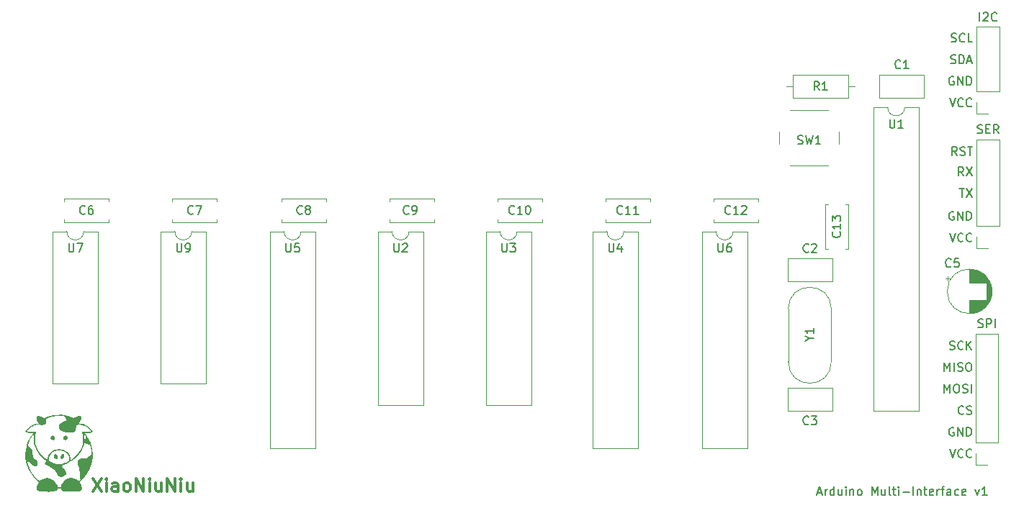
<source format=gbr>
%TF.GenerationSoftware,KiCad,Pcbnew,7.0.9*%
%TF.CreationDate,2023-12-21T22:12:41+08:00*%
%TF.ProjectId,ArduinoMultiInterface,41726475-696e-46f4-9d75-6c7469496e74,rev?*%
%TF.SameCoordinates,Original*%
%TF.FileFunction,Legend,Top*%
%TF.FilePolarity,Positive*%
%FSLAX46Y46*%
G04 Gerber Fmt 4.6, Leading zero omitted, Abs format (unit mm)*
G04 Created by KiCad (PCBNEW 7.0.9) date 2023-12-21 22:12:41*
%MOMM*%
%LPD*%
G01*
G04 APERTURE LIST*
%ADD10C,0.150000*%
%ADD11C,0.300000*%
%ADD12C,0.120000*%
G04 APERTURE END LIST*
D10*
X186344160Y-136744104D02*
X186820350Y-136744104D01*
X186248922Y-137029819D02*
X186582255Y-136029819D01*
X186582255Y-136029819D02*
X186915588Y-137029819D01*
X187248922Y-137029819D02*
X187248922Y-136363152D01*
X187248922Y-136553628D02*
X187296541Y-136458390D01*
X187296541Y-136458390D02*
X187344160Y-136410771D01*
X187344160Y-136410771D02*
X187439398Y-136363152D01*
X187439398Y-136363152D02*
X187534636Y-136363152D01*
X188296541Y-137029819D02*
X188296541Y-136029819D01*
X188296541Y-136982200D02*
X188201303Y-137029819D01*
X188201303Y-137029819D02*
X188010827Y-137029819D01*
X188010827Y-137029819D02*
X187915589Y-136982200D01*
X187915589Y-136982200D02*
X187867970Y-136934580D01*
X187867970Y-136934580D02*
X187820351Y-136839342D01*
X187820351Y-136839342D02*
X187820351Y-136553628D01*
X187820351Y-136553628D02*
X187867970Y-136458390D01*
X187867970Y-136458390D02*
X187915589Y-136410771D01*
X187915589Y-136410771D02*
X188010827Y-136363152D01*
X188010827Y-136363152D02*
X188201303Y-136363152D01*
X188201303Y-136363152D02*
X188296541Y-136410771D01*
X189201303Y-136363152D02*
X189201303Y-137029819D01*
X188772732Y-136363152D02*
X188772732Y-136886961D01*
X188772732Y-136886961D02*
X188820351Y-136982200D01*
X188820351Y-136982200D02*
X188915589Y-137029819D01*
X188915589Y-137029819D02*
X189058446Y-137029819D01*
X189058446Y-137029819D02*
X189153684Y-136982200D01*
X189153684Y-136982200D02*
X189201303Y-136934580D01*
X189677494Y-137029819D02*
X189677494Y-136363152D01*
X189677494Y-136029819D02*
X189629875Y-136077438D01*
X189629875Y-136077438D02*
X189677494Y-136125057D01*
X189677494Y-136125057D02*
X189725113Y-136077438D01*
X189725113Y-136077438D02*
X189677494Y-136029819D01*
X189677494Y-136029819D02*
X189677494Y-136125057D01*
X190153684Y-136363152D02*
X190153684Y-137029819D01*
X190153684Y-136458390D02*
X190201303Y-136410771D01*
X190201303Y-136410771D02*
X190296541Y-136363152D01*
X190296541Y-136363152D02*
X190439398Y-136363152D01*
X190439398Y-136363152D02*
X190534636Y-136410771D01*
X190534636Y-136410771D02*
X190582255Y-136506009D01*
X190582255Y-136506009D02*
X190582255Y-137029819D01*
X191201303Y-137029819D02*
X191106065Y-136982200D01*
X191106065Y-136982200D02*
X191058446Y-136934580D01*
X191058446Y-136934580D02*
X191010827Y-136839342D01*
X191010827Y-136839342D02*
X191010827Y-136553628D01*
X191010827Y-136553628D02*
X191058446Y-136458390D01*
X191058446Y-136458390D02*
X191106065Y-136410771D01*
X191106065Y-136410771D02*
X191201303Y-136363152D01*
X191201303Y-136363152D02*
X191344160Y-136363152D01*
X191344160Y-136363152D02*
X191439398Y-136410771D01*
X191439398Y-136410771D02*
X191487017Y-136458390D01*
X191487017Y-136458390D02*
X191534636Y-136553628D01*
X191534636Y-136553628D02*
X191534636Y-136839342D01*
X191534636Y-136839342D02*
X191487017Y-136934580D01*
X191487017Y-136934580D02*
X191439398Y-136982200D01*
X191439398Y-136982200D02*
X191344160Y-137029819D01*
X191344160Y-137029819D02*
X191201303Y-137029819D01*
X192725113Y-137029819D02*
X192725113Y-136029819D01*
X192725113Y-136029819D02*
X193058446Y-136744104D01*
X193058446Y-136744104D02*
X193391779Y-136029819D01*
X193391779Y-136029819D02*
X193391779Y-137029819D01*
X194296541Y-136363152D02*
X194296541Y-137029819D01*
X193867970Y-136363152D02*
X193867970Y-136886961D01*
X193867970Y-136886961D02*
X193915589Y-136982200D01*
X193915589Y-136982200D02*
X194010827Y-137029819D01*
X194010827Y-137029819D02*
X194153684Y-137029819D01*
X194153684Y-137029819D02*
X194248922Y-136982200D01*
X194248922Y-136982200D02*
X194296541Y-136934580D01*
X194915589Y-137029819D02*
X194820351Y-136982200D01*
X194820351Y-136982200D02*
X194772732Y-136886961D01*
X194772732Y-136886961D02*
X194772732Y-136029819D01*
X195153685Y-136363152D02*
X195534637Y-136363152D01*
X195296542Y-136029819D02*
X195296542Y-136886961D01*
X195296542Y-136886961D02*
X195344161Y-136982200D01*
X195344161Y-136982200D02*
X195439399Y-137029819D01*
X195439399Y-137029819D02*
X195534637Y-137029819D01*
X195867971Y-137029819D02*
X195867971Y-136363152D01*
X195867971Y-136029819D02*
X195820352Y-136077438D01*
X195820352Y-136077438D02*
X195867971Y-136125057D01*
X195867971Y-136125057D02*
X195915590Y-136077438D01*
X195915590Y-136077438D02*
X195867971Y-136029819D01*
X195867971Y-136029819D02*
X195867971Y-136125057D01*
X196344161Y-136648866D02*
X197106066Y-136648866D01*
X197582256Y-137029819D02*
X197582256Y-136029819D01*
X198058446Y-136363152D02*
X198058446Y-137029819D01*
X198058446Y-136458390D02*
X198106065Y-136410771D01*
X198106065Y-136410771D02*
X198201303Y-136363152D01*
X198201303Y-136363152D02*
X198344160Y-136363152D01*
X198344160Y-136363152D02*
X198439398Y-136410771D01*
X198439398Y-136410771D02*
X198487017Y-136506009D01*
X198487017Y-136506009D02*
X198487017Y-137029819D01*
X198820351Y-136363152D02*
X199201303Y-136363152D01*
X198963208Y-136029819D02*
X198963208Y-136886961D01*
X198963208Y-136886961D02*
X199010827Y-136982200D01*
X199010827Y-136982200D02*
X199106065Y-137029819D01*
X199106065Y-137029819D02*
X199201303Y-137029819D01*
X199915589Y-136982200D02*
X199820351Y-137029819D01*
X199820351Y-137029819D02*
X199629875Y-137029819D01*
X199629875Y-137029819D02*
X199534637Y-136982200D01*
X199534637Y-136982200D02*
X199487018Y-136886961D01*
X199487018Y-136886961D02*
X199487018Y-136506009D01*
X199487018Y-136506009D02*
X199534637Y-136410771D01*
X199534637Y-136410771D02*
X199629875Y-136363152D01*
X199629875Y-136363152D02*
X199820351Y-136363152D01*
X199820351Y-136363152D02*
X199915589Y-136410771D01*
X199915589Y-136410771D02*
X199963208Y-136506009D01*
X199963208Y-136506009D02*
X199963208Y-136601247D01*
X199963208Y-136601247D02*
X199487018Y-136696485D01*
X200391780Y-137029819D02*
X200391780Y-136363152D01*
X200391780Y-136553628D02*
X200439399Y-136458390D01*
X200439399Y-136458390D02*
X200487018Y-136410771D01*
X200487018Y-136410771D02*
X200582256Y-136363152D01*
X200582256Y-136363152D02*
X200677494Y-136363152D01*
X200867971Y-136363152D02*
X201248923Y-136363152D01*
X201010828Y-137029819D02*
X201010828Y-136172676D01*
X201010828Y-136172676D02*
X201058447Y-136077438D01*
X201058447Y-136077438D02*
X201153685Y-136029819D01*
X201153685Y-136029819D02*
X201248923Y-136029819D01*
X202010828Y-137029819D02*
X202010828Y-136506009D01*
X202010828Y-136506009D02*
X201963209Y-136410771D01*
X201963209Y-136410771D02*
X201867971Y-136363152D01*
X201867971Y-136363152D02*
X201677495Y-136363152D01*
X201677495Y-136363152D02*
X201582257Y-136410771D01*
X202010828Y-136982200D02*
X201915590Y-137029819D01*
X201915590Y-137029819D02*
X201677495Y-137029819D01*
X201677495Y-137029819D02*
X201582257Y-136982200D01*
X201582257Y-136982200D02*
X201534638Y-136886961D01*
X201534638Y-136886961D02*
X201534638Y-136791723D01*
X201534638Y-136791723D02*
X201582257Y-136696485D01*
X201582257Y-136696485D02*
X201677495Y-136648866D01*
X201677495Y-136648866D02*
X201915590Y-136648866D01*
X201915590Y-136648866D02*
X202010828Y-136601247D01*
X202915590Y-136982200D02*
X202820352Y-137029819D01*
X202820352Y-137029819D02*
X202629876Y-137029819D01*
X202629876Y-137029819D02*
X202534638Y-136982200D01*
X202534638Y-136982200D02*
X202487019Y-136934580D01*
X202487019Y-136934580D02*
X202439400Y-136839342D01*
X202439400Y-136839342D02*
X202439400Y-136553628D01*
X202439400Y-136553628D02*
X202487019Y-136458390D01*
X202487019Y-136458390D02*
X202534638Y-136410771D01*
X202534638Y-136410771D02*
X202629876Y-136363152D01*
X202629876Y-136363152D02*
X202820352Y-136363152D01*
X202820352Y-136363152D02*
X202915590Y-136410771D01*
X203725114Y-136982200D02*
X203629876Y-137029819D01*
X203629876Y-137029819D02*
X203439400Y-137029819D01*
X203439400Y-137029819D02*
X203344162Y-136982200D01*
X203344162Y-136982200D02*
X203296543Y-136886961D01*
X203296543Y-136886961D02*
X203296543Y-136506009D01*
X203296543Y-136506009D02*
X203344162Y-136410771D01*
X203344162Y-136410771D02*
X203439400Y-136363152D01*
X203439400Y-136363152D02*
X203629876Y-136363152D01*
X203629876Y-136363152D02*
X203725114Y-136410771D01*
X203725114Y-136410771D02*
X203772733Y-136506009D01*
X203772733Y-136506009D02*
X203772733Y-136601247D01*
X203772733Y-136601247D02*
X203296543Y-136696485D01*
X204867972Y-136363152D02*
X205106067Y-137029819D01*
X205106067Y-137029819D02*
X205344162Y-136363152D01*
X206248924Y-137029819D02*
X205677496Y-137029819D01*
X205963210Y-137029819D02*
X205963210Y-136029819D01*
X205963210Y-136029819D02*
X205867972Y-136172676D01*
X205867972Y-136172676D02*
X205772734Y-136267914D01*
X205772734Y-136267914D02*
X205677496Y-136315533D01*
X202060398Y-83642200D02*
X202203255Y-83689819D01*
X202203255Y-83689819D02*
X202441350Y-83689819D01*
X202441350Y-83689819D02*
X202536588Y-83642200D01*
X202536588Y-83642200D02*
X202584207Y-83594580D01*
X202584207Y-83594580D02*
X202631826Y-83499342D01*
X202631826Y-83499342D02*
X202631826Y-83404104D01*
X202631826Y-83404104D02*
X202584207Y-83308866D01*
X202584207Y-83308866D02*
X202536588Y-83261247D01*
X202536588Y-83261247D02*
X202441350Y-83213628D01*
X202441350Y-83213628D02*
X202250874Y-83166009D01*
X202250874Y-83166009D02*
X202155636Y-83118390D01*
X202155636Y-83118390D02*
X202108017Y-83070771D01*
X202108017Y-83070771D02*
X202060398Y-82975533D01*
X202060398Y-82975533D02*
X202060398Y-82880295D01*
X202060398Y-82880295D02*
X202108017Y-82785057D01*
X202108017Y-82785057D02*
X202155636Y-82737438D01*
X202155636Y-82737438D02*
X202250874Y-82689819D01*
X202250874Y-82689819D02*
X202488969Y-82689819D01*
X202488969Y-82689819D02*
X202631826Y-82737438D01*
X203631826Y-83594580D02*
X203584207Y-83642200D01*
X203584207Y-83642200D02*
X203441350Y-83689819D01*
X203441350Y-83689819D02*
X203346112Y-83689819D01*
X203346112Y-83689819D02*
X203203255Y-83642200D01*
X203203255Y-83642200D02*
X203108017Y-83546961D01*
X203108017Y-83546961D02*
X203060398Y-83451723D01*
X203060398Y-83451723D02*
X203012779Y-83261247D01*
X203012779Y-83261247D02*
X203012779Y-83118390D01*
X203012779Y-83118390D02*
X203060398Y-82927914D01*
X203060398Y-82927914D02*
X203108017Y-82832676D01*
X203108017Y-82832676D02*
X203203255Y-82737438D01*
X203203255Y-82737438D02*
X203346112Y-82689819D01*
X203346112Y-82689819D02*
X203441350Y-82689819D01*
X203441350Y-82689819D02*
X203584207Y-82737438D01*
X203584207Y-82737438D02*
X203631826Y-82785057D01*
X204536588Y-83689819D02*
X204060398Y-83689819D01*
X204060398Y-83689819D02*
X204060398Y-82689819D01*
X201250875Y-122424819D02*
X201250875Y-121424819D01*
X201250875Y-121424819D02*
X201584208Y-122139104D01*
X201584208Y-122139104D02*
X201917541Y-121424819D01*
X201917541Y-121424819D02*
X201917541Y-122424819D01*
X202393732Y-122424819D02*
X202393732Y-121424819D01*
X202822303Y-122377200D02*
X202965160Y-122424819D01*
X202965160Y-122424819D02*
X203203255Y-122424819D01*
X203203255Y-122424819D02*
X203298493Y-122377200D01*
X203298493Y-122377200D02*
X203346112Y-122329580D01*
X203346112Y-122329580D02*
X203393731Y-122234342D01*
X203393731Y-122234342D02*
X203393731Y-122139104D01*
X203393731Y-122139104D02*
X203346112Y-122043866D01*
X203346112Y-122043866D02*
X203298493Y-121996247D01*
X203298493Y-121996247D02*
X203203255Y-121948628D01*
X203203255Y-121948628D02*
X203012779Y-121901009D01*
X203012779Y-121901009D02*
X202917541Y-121853390D01*
X202917541Y-121853390D02*
X202869922Y-121805771D01*
X202869922Y-121805771D02*
X202822303Y-121710533D01*
X202822303Y-121710533D02*
X202822303Y-121615295D01*
X202822303Y-121615295D02*
X202869922Y-121520057D01*
X202869922Y-121520057D02*
X202917541Y-121472438D01*
X202917541Y-121472438D02*
X203012779Y-121424819D01*
X203012779Y-121424819D02*
X203250874Y-121424819D01*
X203250874Y-121424819D02*
X203393731Y-121472438D01*
X204012779Y-121424819D02*
X204203255Y-121424819D01*
X204203255Y-121424819D02*
X204298493Y-121472438D01*
X204298493Y-121472438D02*
X204393731Y-121567676D01*
X204393731Y-121567676D02*
X204441350Y-121758152D01*
X204441350Y-121758152D02*
X204441350Y-122091485D01*
X204441350Y-122091485D02*
X204393731Y-122281961D01*
X204393731Y-122281961D02*
X204298493Y-122377200D01*
X204298493Y-122377200D02*
X204203255Y-122424819D01*
X204203255Y-122424819D02*
X204012779Y-122424819D01*
X204012779Y-122424819D02*
X203917541Y-122377200D01*
X203917541Y-122377200D02*
X203822303Y-122281961D01*
X203822303Y-122281961D02*
X203774684Y-122091485D01*
X203774684Y-122091485D02*
X203774684Y-121758152D01*
X203774684Y-121758152D02*
X203822303Y-121567676D01*
X203822303Y-121567676D02*
X203917541Y-121472438D01*
X203917541Y-121472438D02*
X204012779Y-121424819D01*
X203012779Y-100977819D02*
X203584207Y-100977819D01*
X203298493Y-101977819D02*
X203298493Y-100977819D01*
X203822303Y-100977819D02*
X204488969Y-101977819D01*
X204488969Y-100977819D02*
X203822303Y-101977819D01*
X201869922Y-131584819D02*
X202203255Y-132584819D01*
X202203255Y-132584819D02*
X202536588Y-131584819D01*
X203441350Y-132489580D02*
X203393731Y-132537200D01*
X203393731Y-132537200D02*
X203250874Y-132584819D01*
X203250874Y-132584819D02*
X203155636Y-132584819D01*
X203155636Y-132584819D02*
X203012779Y-132537200D01*
X203012779Y-132537200D02*
X202917541Y-132441961D01*
X202917541Y-132441961D02*
X202869922Y-132346723D01*
X202869922Y-132346723D02*
X202822303Y-132156247D01*
X202822303Y-132156247D02*
X202822303Y-132013390D01*
X202822303Y-132013390D02*
X202869922Y-131822914D01*
X202869922Y-131822914D02*
X202917541Y-131727676D01*
X202917541Y-131727676D02*
X203012779Y-131632438D01*
X203012779Y-131632438D02*
X203155636Y-131584819D01*
X203155636Y-131584819D02*
X203250874Y-131584819D01*
X203250874Y-131584819D02*
X203393731Y-131632438D01*
X203393731Y-131632438D02*
X203441350Y-131680057D01*
X204441350Y-132489580D02*
X204393731Y-132537200D01*
X204393731Y-132537200D02*
X204250874Y-132584819D01*
X204250874Y-132584819D02*
X204155636Y-132584819D01*
X204155636Y-132584819D02*
X204012779Y-132537200D01*
X204012779Y-132537200D02*
X203917541Y-132441961D01*
X203917541Y-132441961D02*
X203869922Y-132346723D01*
X203869922Y-132346723D02*
X203822303Y-132156247D01*
X203822303Y-132156247D02*
X203822303Y-132013390D01*
X203822303Y-132013390D02*
X203869922Y-131822914D01*
X203869922Y-131822914D02*
X203917541Y-131727676D01*
X203917541Y-131727676D02*
X204012779Y-131632438D01*
X204012779Y-131632438D02*
X204155636Y-131584819D01*
X204155636Y-131584819D02*
X204250874Y-131584819D01*
X204250874Y-131584819D02*
X204393731Y-131632438D01*
X204393731Y-131632438D02*
X204441350Y-131680057D01*
X201869922Y-106184819D02*
X202203255Y-107184819D01*
X202203255Y-107184819D02*
X202536588Y-106184819D01*
X203441350Y-107089580D02*
X203393731Y-107137200D01*
X203393731Y-107137200D02*
X203250874Y-107184819D01*
X203250874Y-107184819D02*
X203155636Y-107184819D01*
X203155636Y-107184819D02*
X203012779Y-107137200D01*
X203012779Y-107137200D02*
X202917541Y-107041961D01*
X202917541Y-107041961D02*
X202869922Y-106946723D01*
X202869922Y-106946723D02*
X202822303Y-106756247D01*
X202822303Y-106756247D02*
X202822303Y-106613390D01*
X202822303Y-106613390D02*
X202869922Y-106422914D01*
X202869922Y-106422914D02*
X202917541Y-106327676D01*
X202917541Y-106327676D02*
X203012779Y-106232438D01*
X203012779Y-106232438D02*
X203155636Y-106184819D01*
X203155636Y-106184819D02*
X203250874Y-106184819D01*
X203250874Y-106184819D02*
X203393731Y-106232438D01*
X203393731Y-106232438D02*
X203441350Y-106280057D01*
X204441350Y-107089580D02*
X204393731Y-107137200D01*
X204393731Y-107137200D02*
X204250874Y-107184819D01*
X204250874Y-107184819D02*
X204155636Y-107184819D01*
X204155636Y-107184819D02*
X204012779Y-107137200D01*
X204012779Y-107137200D02*
X203917541Y-107041961D01*
X203917541Y-107041961D02*
X203869922Y-106946723D01*
X203869922Y-106946723D02*
X203822303Y-106756247D01*
X203822303Y-106756247D02*
X203822303Y-106613390D01*
X203822303Y-106613390D02*
X203869922Y-106422914D01*
X203869922Y-106422914D02*
X203917541Y-106327676D01*
X203917541Y-106327676D02*
X204012779Y-106232438D01*
X204012779Y-106232438D02*
X204155636Y-106184819D01*
X204155636Y-106184819D02*
X204250874Y-106184819D01*
X204250874Y-106184819D02*
X204393731Y-106232438D01*
X204393731Y-106232438D02*
X204441350Y-106280057D01*
X202346112Y-129092438D02*
X202250874Y-129044819D01*
X202250874Y-129044819D02*
X202108017Y-129044819D01*
X202108017Y-129044819D02*
X201965160Y-129092438D01*
X201965160Y-129092438D02*
X201869922Y-129187676D01*
X201869922Y-129187676D02*
X201822303Y-129282914D01*
X201822303Y-129282914D02*
X201774684Y-129473390D01*
X201774684Y-129473390D02*
X201774684Y-129616247D01*
X201774684Y-129616247D02*
X201822303Y-129806723D01*
X201822303Y-129806723D02*
X201869922Y-129901961D01*
X201869922Y-129901961D02*
X201965160Y-129997200D01*
X201965160Y-129997200D02*
X202108017Y-130044819D01*
X202108017Y-130044819D02*
X202203255Y-130044819D01*
X202203255Y-130044819D02*
X202346112Y-129997200D01*
X202346112Y-129997200D02*
X202393731Y-129949580D01*
X202393731Y-129949580D02*
X202393731Y-129616247D01*
X202393731Y-129616247D02*
X202203255Y-129616247D01*
X202822303Y-130044819D02*
X202822303Y-129044819D01*
X202822303Y-129044819D02*
X203393731Y-130044819D01*
X203393731Y-130044819D02*
X203393731Y-129044819D01*
X203869922Y-130044819D02*
X203869922Y-129044819D01*
X203869922Y-129044819D02*
X204108017Y-129044819D01*
X204108017Y-129044819D02*
X204250874Y-129092438D01*
X204250874Y-129092438D02*
X204346112Y-129187676D01*
X204346112Y-129187676D02*
X204393731Y-129282914D01*
X204393731Y-129282914D02*
X204441350Y-129473390D01*
X204441350Y-129473390D02*
X204441350Y-129616247D01*
X204441350Y-129616247D02*
X204393731Y-129806723D01*
X204393731Y-129806723D02*
X204346112Y-129901961D01*
X204346112Y-129901961D02*
X204250874Y-129997200D01*
X204250874Y-129997200D02*
X204108017Y-130044819D01*
X204108017Y-130044819D02*
X203869922Y-130044819D01*
X203488969Y-127409580D02*
X203441350Y-127457200D01*
X203441350Y-127457200D02*
X203298493Y-127504819D01*
X203298493Y-127504819D02*
X203203255Y-127504819D01*
X203203255Y-127504819D02*
X203060398Y-127457200D01*
X203060398Y-127457200D02*
X202965160Y-127361961D01*
X202965160Y-127361961D02*
X202917541Y-127266723D01*
X202917541Y-127266723D02*
X202869922Y-127076247D01*
X202869922Y-127076247D02*
X202869922Y-126933390D01*
X202869922Y-126933390D02*
X202917541Y-126742914D01*
X202917541Y-126742914D02*
X202965160Y-126647676D01*
X202965160Y-126647676D02*
X203060398Y-126552438D01*
X203060398Y-126552438D02*
X203203255Y-126504819D01*
X203203255Y-126504819D02*
X203298493Y-126504819D01*
X203298493Y-126504819D02*
X203441350Y-126552438D01*
X203441350Y-126552438D02*
X203488969Y-126600057D01*
X203869922Y-127457200D02*
X204012779Y-127504819D01*
X204012779Y-127504819D02*
X204250874Y-127504819D01*
X204250874Y-127504819D02*
X204346112Y-127457200D01*
X204346112Y-127457200D02*
X204393731Y-127409580D01*
X204393731Y-127409580D02*
X204441350Y-127314342D01*
X204441350Y-127314342D02*
X204441350Y-127219104D01*
X204441350Y-127219104D02*
X204393731Y-127123866D01*
X204393731Y-127123866D02*
X204346112Y-127076247D01*
X204346112Y-127076247D02*
X204250874Y-127028628D01*
X204250874Y-127028628D02*
X204060398Y-126981009D01*
X204060398Y-126981009D02*
X203965160Y-126933390D01*
X203965160Y-126933390D02*
X203917541Y-126885771D01*
X203917541Y-126885771D02*
X203869922Y-126790533D01*
X203869922Y-126790533D02*
X203869922Y-126695295D01*
X203869922Y-126695295D02*
X203917541Y-126600057D01*
X203917541Y-126600057D02*
X203965160Y-126552438D01*
X203965160Y-126552438D02*
X204060398Y-126504819D01*
X204060398Y-126504819D02*
X204298493Y-126504819D01*
X204298493Y-126504819D02*
X204441350Y-126552438D01*
X201869922Y-119837200D02*
X202012779Y-119884819D01*
X202012779Y-119884819D02*
X202250874Y-119884819D01*
X202250874Y-119884819D02*
X202346112Y-119837200D01*
X202346112Y-119837200D02*
X202393731Y-119789580D01*
X202393731Y-119789580D02*
X202441350Y-119694342D01*
X202441350Y-119694342D02*
X202441350Y-119599104D01*
X202441350Y-119599104D02*
X202393731Y-119503866D01*
X202393731Y-119503866D02*
X202346112Y-119456247D01*
X202346112Y-119456247D02*
X202250874Y-119408628D01*
X202250874Y-119408628D02*
X202060398Y-119361009D01*
X202060398Y-119361009D02*
X201965160Y-119313390D01*
X201965160Y-119313390D02*
X201917541Y-119265771D01*
X201917541Y-119265771D02*
X201869922Y-119170533D01*
X201869922Y-119170533D02*
X201869922Y-119075295D01*
X201869922Y-119075295D02*
X201917541Y-118980057D01*
X201917541Y-118980057D02*
X201965160Y-118932438D01*
X201965160Y-118932438D02*
X202060398Y-118884819D01*
X202060398Y-118884819D02*
X202298493Y-118884819D01*
X202298493Y-118884819D02*
X202441350Y-118932438D01*
X203441350Y-119789580D02*
X203393731Y-119837200D01*
X203393731Y-119837200D02*
X203250874Y-119884819D01*
X203250874Y-119884819D02*
X203155636Y-119884819D01*
X203155636Y-119884819D02*
X203012779Y-119837200D01*
X203012779Y-119837200D02*
X202917541Y-119741961D01*
X202917541Y-119741961D02*
X202869922Y-119646723D01*
X202869922Y-119646723D02*
X202822303Y-119456247D01*
X202822303Y-119456247D02*
X202822303Y-119313390D01*
X202822303Y-119313390D02*
X202869922Y-119122914D01*
X202869922Y-119122914D02*
X202917541Y-119027676D01*
X202917541Y-119027676D02*
X203012779Y-118932438D01*
X203012779Y-118932438D02*
X203155636Y-118884819D01*
X203155636Y-118884819D02*
X203250874Y-118884819D01*
X203250874Y-118884819D02*
X203393731Y-118932438D01*
X203393731Y-118932438D02*
X203441350Y-118980057D01*
X203869922Y-119884819D02*
X203869922Y-118884819D01*
X204441350Y-119884819D02*
X204012779Y-119313390D01*
X204441350Y-118884819D02*
X203869922Y-119456247D01*
X202346112Y-103692438D02*
X202250874Y-103644819D01*
X202250874Y-103644819D02*
X202108017Y-103644819D01*
X202108017Y-103644819D02*
X201965160Y-103692438D01*
X201965160Y-103692438D02*
X201869922Y-103787676D01*
X201869922Y-103787676D02*
X201822303Y-103882914D01*
X201822303Y-103882914D02*
X201774684Y-104073390D01*
X201774684Y-104073390D02*
X201774684Y-104216247D01*
X201774684Y-104216247D02*
X201822303Y-104406723D01*
X201822303Y-104406723D02*
X201869922Y-104501961D01*
X201869922Y-104501961D02*
X201965160Y-104597200D01*
X201965160Y-104597200D02*
X202108017Y-104644819D01*
X202108017Y-104644819D02*
X202203255Y-104644819D01*
X202203255Y-104644819D02*
X202346112Y-104597200D01*
X202346112Y-104597200D02*
X202393731Y-104549580D01*
X202393731Y-104549580D02*
X202393731Y-104216247D01*
X202393731Y-104216247D02*
X202203255Y-104216247D01*
X202822303Y-104644819D02*
X202822303Y-103644819D01*
X202822303Y-103644819D02*
X203393731Y-104644819D01*
X203393731Y-104644819D02*
X203393731Y-103644819D01*
X203869922Y-104644819D02*
X203869922Y-103644819D01*
X203869922Y-103644819D02*
X204108017Y-103644819D01*
X204108017Y-103644819D02*
X204250874Y-103692438D01*
X204250874Y-103692438D02*
X204346112Y-103787676D01*
X204346112Y-103787676D02*
X204393731Y-103882914D01*
X204393731Y-103882914D02*
X204441350Y-104073390D01*
X204441350Y-104073390D02*
X204441350Y-104216247D01*
X204441350Y-104216247D02*
X204393731Y-104406723D01*
X204393731Y-104406723D02*
X204346112Y-104501961D01*
X204346112Y-104501961D02*
X204250874Y-104597200D01*
X204250874Y-104597200D02*
X204108017Y-104644819D01*
X204108017Y-104644819D02*
X203869922Y-104644819D01*
X202727064Y-97024819D02*
X202393731Y-96548628D01*
X202155636Y-97024819D02*
X202155636Y-96024819D01*
X202155636Y-96024819D02*
X202536588Y-96024819D01*
X202536588Y-96024819D02*
X202631826Y-96072438D01*
X202631826Y-96072438D02*
X202679445Y-96120057D01*
X202679445Y-96120057D02*
X202727064Y-96215295D01*
X202727064Y-96215295D02*
X202727064Y-96358152D01*
X202727064Y-96358152D02*
X202679445Y-96453390D01*
X202679445Y-96453390D02*
X202631826Y-96501009D01*
X202631826Y-96501009D02*
X202536588Y-96548628D01*
X202536588Y-96548628D02*
X202155636Y-96548628D01*
X203108017Y-96977200D02*
X203250874Y-97024819D01*
X203250874Y-97024819D02*
X203488969Y-97024819D01*
X203488969Y-97024819D02*
X203584207Y-96977200D01*
X203584207Y-96977200D02*
X203631826Y-96929580D01*
X203631826Y-96929580D02*
X203679445Y-96834342D01*
X203679445Y-96834342D02*
X203679445Y-96739104D01*
X203679445Y-96739104D02*
X203631826Y-96643866D01*
X203631826Y-96643866D02*
X203584207Y-96596247D01*
X203584207Y-96596247D02*
X203488969Y-96548628D01*
X203488969Y-96548628D02*
X203298493Y-96501009D01*
X203298493Y-96501009D02*
X203203255Y-96453390D01*
X203203255Y-96453390D02*
X203155636Y-96405771D01*
X203155636Y-96405771D02*
X203108017Y-96310533D01*
X203108017Y-96310533D02*
X203108017Y-96215295D01*
X203108017Y-96215295D02*
X203155636Y-96120057D01*
X203155636Y-96120057D02*
X203203255Y-96072438D01*
X203203255Y-96072438D02*
X203298493Y-96024819D01*
X203298493Y-96024819D02*
X203536588Y-96024819D01*
X203536588Y-96024819D02*
X203679445Y-96072438D01*
X203965160Y-96024819D02*
X204536588Y-96024819D01*
X204250874Y-97024819D02*
X204250874Y-96024819D01*
X201869922Y-90309819D02*
X202203255Y-91309819D01*
X202203255Y-91309819D02*
X202536588Y-90309819D01*
X203441350Y-91214580D02*
X203393731Y-91262200D01*
X203393731Y-91262200D02*
X203250874Y-91309819D01*
X203250874Y-91309819D02*
X203155636Y-91309819D01*
X203155636Y-91309819D02*
X203012779Y-91262200D01*
X203012779Y-91262200D02*
X202917541Y-91166961D01*
X202917541Y-91166961D02*
X202869922Y-91071723D01*
X202869922Y-91071723D02*
X202822303Y-90881247D01*
X202822303Y-90881247D02*
X202822303Y-90738390D01*
X202822303Y-90738390D02*
X202869922Y-90547914D01*
X202869922Y-90547914D02*
X202917541Y-90452676D01*
X202917541Y-90452676D02*
X203012779Y-90357438D01*
X203012779Y-90357438D02*
X203155636Y-90309819D01*
X203155636Y-90309819D02*
X203250874Y-90309819D01*
X203250874Y-90309819D02*
X203393731Y-90357438D01*
X203393731Y-90357438D02*
X203441350Y-90405057D01*
X204441350Y-91214580D02*
X204393731Y-91262200D01*
X204393731Y-91262200D02*
X204250874Y-91309819D01*
X204250874Y-91309819D02*
X204155636Y-91309819D01*
X204155636Y-91309819D02*
X204012779Y-91262200D01*
X204012779Y-91262200D02*
X203917541Y-91166961D01*
X203917541Y-91166961D02*
X203869922Y-91071723D01*
X203869922Y-91071723D02*
X203822303Y-90881247D01*
X203822303Y-90881247D02*
X203822303Y-90738390D01*
X203822303Y-90738390D02*
X203869922Y-90547914D01*
X203869922Y-90547914D02*
X203917541Y-90452676D01*
X203917541Y-90452676D02*
X204012779Y-90357438D01*
X204012779Y-90357438D02*
X204155636Y-90309819D01*
X204155636Y-90309819D02*
X204250874Y-90309819D01*
X204250874Y-90309819D02*
X204393731Y-90357438D01*
X204393731Y-90357438D02*
X204441350Y-90405057D01*
X201250875Y-124964819D02*
X201250875Y-123964819D01*
X201250875Y-123964819D02*
X201584208Y-124679104D01*
X201584208Y-124679104D02*
X201917541Y-123964819D01*
X201917541Y-123964819D02*
X201917541Y-124964819D01*
X202584208Y-123964819D02*
X202774684Y-123964819D01*
X202774684Y-123964819D02*
X202869922Y-124012438D01*
X202869922Y-124012438D02*
X202965160Y-124107676D01*
X202965160Y-124107676D02*
X203012779Y-124298152D01*
X203012779Y-124298152D02*
X203012779Y-124631485D01*
X203012779Y-124631485D02*
X202965160Y-124821961D01*
X202965160Y-124821961D02*
X202869922Y-124917200D01*
X202869922Y-124917200D02*
X202774684Y-124964819D01*
X202774684Y-124964819D02*
X202584208Y-124964819D01*
X202584208Y-124964819D02*
X202488970Y-124917200D01*
X202488970Y-124917200D02*
X202393732Y-124821961D01*
X202393732Y-124821961D02*
X202346113Y-124631485D01*
X202346113Y-124631485D02*
X202346113Y-124298152D01*
X202346113Y-124298152D02*
X202393732Y-124107676D01*
X202393732Y-124107676D02*
X202488970Y-124012438D01*
X202488970Y-124012438D02*
X202584208Y-123964819D01*
X203393732Y-124917200D02*
X203536589Y-124964819D01*
X203536589Y-124964819D02*
X203774684Y-124964819D01*
X203774684Y-124964819D02*
X203869922Y-124917200D01*
X203869922Y-124917200D02*
X203917541Y-124869580D01*
X203917541Y-124869580D02*
X203965160Y-124774342D01*
X203965160Y-124774342D02*
X203965160Y-124679104D01*
X203965160Y-124679104D02*
X203917541Y-124583866D01*
X203917541Y-124583866D02*
X203869922Y-124536247D01*
X203869922Y-124536247D02*
X203774684Y-124488628D01*
X203774684Y-124488628D02*
X203584208Y-124441009D01*
X203584208Y-124441009D02*
X203488970Y-124393390D01*
X203488970Y-124393390D02*
X203441351Y-124345771D01*
X203441351Y-124345771D02*
X203393732Y-124250533D01*
X203393732Y-124250533D02*
X203393732Y-124155295D01*
X203393732Y-124155295D02*
X203441351Y-124060057D01*
X203441351Y-124060057D02*
X203488970Y-124012438D01*
X203488970Y-124012438D02*
X203584208Y-123964819D01*
X203584208Y-123964819D02*
X203822303Y-123964819D01*
X203822303Y-123964819D02*
X203965160Y-124012438D01*
X204393732Y-124964819D02*
X204393732Y-123964819D01*
X202012779Y-86182200D02*
X202155636Y-86229819D01*
X202155636Y-86229819D02*
X202393731Y-86229819D01*
X202393731Y-86229819D02*
X202488969Y-86182200D01*
X202488969Y-86182200D02*
X202536588Y-86134580D01*
X202536588Y-86134580D02*
X202584207Y-86039342D01*
X202584207Y-86039342D02*
X202584207Y-85944104D01*
X202584207Y-85944104D02*
X202536588Y-85848866D01*
X202536588Y-85848866D02*
X202488969Y-85801247D01*
X202488969Y-85801247D02*
X202393731Y-85753628D01*
X202393731Y-85753628D02*
X202203255Y-85706009D01*
X202203255Y-85706009D02*
X202108017Y-85658390D01*
X202108017Y-85658390D02*
X202060398Y-85610771D01*
X202060398Y-85610771D02*
X202012779Y-85515533D01*
X202012779Y-85515533D02*
X202012779Y-85420295D01*
X202012779Y-85420295D02*
X202060398Y-85325057D01*
X202060398Y-85325057D02*
X202108017Y-85277438D01*
X202108017Y-85277438D02*
X202203255Y-85229819D01*
X202203255Y-85229819D02*
X202441350Y-85229819D01*
X202441350Y-85229819D02*
X202584207Y-85277438D01*
X203012779Y-86229819D02*
X203012779Y-85229819D01*
X203012779Y-85229819D02*
X203250874Y-85229819D01*
X203250874Y-85229819D02*
X203393731Y-85277438D01*
X203393731Y-85277438D02*
X203488969Y-85372676D01*
X203488969Y-85372676D02*
X203536588Y-85467914D01*
X203536588Y-85467914D02*
X203584207Y-85658390D01*
X203584207Y-85658390D02*
X203584207Y-85801247D01*
X203584207Y-85801247D02*
X203536588Y-85991723D01*
X203536588Y-85991723D02*
X203488969Y-86086961D01*
X203488969Y-86086961D02*
X203393731Y-86182200D01*
X203393731Y-86182200D02*
X203250874Y-86229819D01*
X203250874Y-86229819D02*
X203012779Y-86229819D01*
X203965160Y-85944104D02*
X204441350Y-85944104D01*
X203869922Y-86229819D02*
X204203255Y-85229819D01*
X204203255Y-85229819D02*
X204536588Y-86229819D01*
X203488969Y-99437819D02*
X203155636Y-98961628D01*
X202917541Y-99437819D02*
X202917541Y-98437819D01*
X202917541Y-98437819D02*
X203298493Y-98437819D01*
X203298493Y-98437819D02*
X203393731Y-98485438D01*
X203393731Y-98485438D02*
X203441350Y-98533057D01*
X203441350Y-98533057D02*
X203488969Y-98628295D01*
X203488969Y-98628295D02*
X203488969Y-98771152D01*
X203488969Y-98771152D02*
X203441350Y-98866390D01*
X203441350Y-98866390D02*
X203393731Y-98914009D01*
X203393731Y-98914009D02*
X203298493Y-98961628D01*
X203298493Y-98961628D02*
X202917541Y-98961628D01*
X203822303Y-98437819D02*
X204488969Y-99437819D01*
X204488969Y-98437819D02*
X203822303Y-99437819D01*
X202346112Y-87817438D02*
X202250874Y-87769819D01*
X202250874Y-87769819D02*
X202108017Y-87769819D01*
X202108017Y-87769819D02*
X201965160Y-87817438D01*
X201965160Y-87817438D02*
X201869922Y-87912676D01*
X201869922Y-87912676D02*
X201822303Y-88007914D01*
X201822303Y-88007914D02*
X201774684Y-88198390D01*
X201774684Y-88198390D02*
X201774684Y-88341247D01*
X201774684Y-88341247D02*
X201822303Y-88531723D01*
X201822303Y-88531723D02*
X201869922Y-88626961D01*
X201869922Y-88626961D02*
X201965160Y-88722200D01*
X201965160Y-88722200D02*
X202108017Y-88769819D01*
X202108017Y-88769819D02*
X202203255Y-88769819D01*
X202203255Y-88769819D02*
X202346112Y-88722200D01*
X202346112Y-88722200D02*
X202393731Y-88674580D01*
X202393731Y-88674580D02*
X202393731Y-88341247D01*
X202393731Y-88341247D02*
X202203255Y-88341247D01*
X202822303Y-88769819D02*
X202822303Y-87769819D01*
X202822303Y-87769819D02*
X203393731Y-88769819D01*
X203393731Y-88769819D02*
X203393731Y-87769819D01*
X203869922Y-88769819D02*
X203869922Y-87769819D01*
X203869922Y-87769819D02*
X204108017Y-87769819D01*
X204108017Y-87769819D02*
X204250874Y-87817438D01*
X204250874Y-87817438D02*
X204346112Y-87912676D01*
X204346112Y-87912676D02*
X204393731Y-88007914D01*
X204393731Y-88007914D02*
X204441350Y-88198390D01*
X204441350Y-88198390D02*
X204441350Y-88341247D01*
X204441350Y-88341247D02*
X204393731Y-88531723D01*
X204393731Y-88531723D02*
X204346112Y-88626961D01*
X204346112Y-88626961D02*
X204250874Y-88722200D01*
X204250874Y-88722200D02*
X204108017Y-88769819D01*
X204108017Y-88769819D02*
X203869922Y-88769819D01*
D11*
X101110144Y-135055431D02*
X102126144Y-136579431D01*
X102126144Y-135055431D02*
X101110144Y-136579431D01*
X102706716Y-136579431D02*
X102706716Y-135563431D01*
X102706716Y-135055431D02*
X102634144Y-135128002D01*
X102634144Y-135128002D02*
X102706716Y-135200574D01*
X102706716Y-135200574D02*
X102779287Y-135128002D01*
X102779287Y-135128002D02*
X102706716Y-135055431D01*
X102706716Y-135055431D02*
X102706716Y-135200574D01*
X104085573Y-136579431D02*
X104085573Y-135781145D01*
X104085573Y-135781145D02*
X104013001Y-135636002D01*
X104013001Y-135636002D02*
X103867858Y-135563431D01*
X103867858Y-135563431D02*
X103577573Y-135563431D01*
X103577573Y-135563431D02*
X103432430Y-135636002D01*
X104085573Y-136506860D02*
X103940430Y-136579431D01*
X103940430Y-136579431D02*
X103577573Y-136579431D01*
X103577573Y-136579431D02*
X103432430Y-136506860D01*
X103432430Y-136506860D02*
X103359858Y-136361717D01*
X103359858Y-136361717D02*
X103359858Y-136216574D01*
X103359858Y-136216574D02*
X103432430Y-136071431D01*
X103432430Y-136071431D02*
X103577573Y-135998860D01*
X103577573Y-135998860D02*
X103940430Y-135998860D01*
X103940430Y-135998860D02*
X104085573Y-135926288D01*
X105029001Y-136579431D02*
X104883858Y-136506860D01*
X104883858Y-136506860D02*
X104811287Y-136434288D01*
X104811287Y-136434288D02*
X104738715Y-136289145D01*
X104738715Y-136289145D02*
X104738715Y-135853717D01*
X104738715Y-135853717D02*
X104811287Y-135708574D01*
X104811287Y-135708574D02*
X104883858Y-135636002D01*
X104883858Y-135636002D02*
X105029001Y-135563431D01*
X105029001Y-135563431D02*
X105246715Y-135563431D01*
X105246715Y-135563431D02*
X105391858Y-135636002D01*
X105391858Y-135636002D02*
X105464430Y-135708574D01*
X105464430Y-135708574D02*
X105537001Y-135853717D01*
X105537001Y-135853717D02*
X105537001Y-136289145D01*
X105537001Y-136289145D02*
X105464430Y-136434288D01*
X105464430Y-136434288D02*
X105391858Y-136506860D01*
X105391858Y-136506860D02*
X105246715Y-136579431D01*
X105246715Y-136579431D02*
X105029001Y-136579431D01*
X106190144Y-136579431D02*
X106190144Y-135055431D01*
X106190144Y-135055431D02*
X107061001Y-136579431D01*
X107061001Y-136579431D02*
X107061001Y-135055431D01*
X107786715Y-136579431D02*
X107786715Y-135563431D01*
X107786715Y-135055431D02*
X107714143Y-135128002D01*
X107714143Y-135128002D02*
X107786715Y-135200574D01*
X107786715Y-135200574D02*
X107859286Y-135128002D01*
X107859286Y-135128002D02*
X107786715Y-135055431D01*
X107786715Y-135055431D02*
X107786715Y-135200574D01*
X109165572Y-135563431D02*
X109165572Y-136579431D01*
X108512429Y-135563431D02*
X108512429Y-136361717D01*
X108512429Y-136361717D02*
X108585000Y-136506860D01*
X108585000Y-136506860D02*
X108730143Y-136579431D01*
X108730143Y-136579431D02*
X108947857Y-136579431D01*
X108947857Y-136579431D02*
X109093000Y-136506860D01*
X109093000Y-136506860D02*
X109165572Y-136434288D01*
X109891286Y-136579431D02*
X109891286Y-135055431D01*
X109891286Y-135055431D02*
X110762143Y-136579431D01*
X110762143Y-136579431D02*
X110762143Y-135055431D01*
X111487857Y-136579431D02*
X111487857Y-135563431D01*
X111487857Y-135055431D02*
X111415285Y-135128002D01*
X111415285Y-135128002D02*
X111487857Y-135200574D01*
X111487857Y-135200574D02*
X111560428Y-135128002D01*
X111560428Y-135128002D02*
X111487857Y-135055431D01*
X111487857Y-135055431D02*
X111487857Y-135200574D01*
X112866714Y-135563431D02*
X112866714Y-136579431D01*
X112213571Y-135563431D02*
X112213571Y-136361717D01*
X112213571Y-136361717D02*
X112286142Y-136506860D01*
X112286142Y-136506860D02*
X112431285Y-136579431D01*
X112431285Y-136579431D02*
X112648999Y-136579431D01*
X112648999Y-136579431D02*
X112794142Y-136506860D01*
X112794142Y-136506860D02*
X112866714Y-136434288D01*
D10*
X138263333Y-103864580D02*
X138215714Y-103912200D01*
X138215714Y-103912200D02*
X138072857Y-103959819D01*
X138072857Y-103959819D02*
X137977619Y-103959819D01*
X137977619Y-103959819D02*
X137834762Y-103912200D01*
X137834762Y-103912200D02*
X137739524Y-103816961D01*
X137739524Y-103816961D02*
X137691905Y-103721723D01*
X137691905Y-103721723D02*
X137644286Y-103531247D01*
X137644286Y-103531247D02*
X137644286Y-103388390D01*
X137644286Y-103388390D02*
X137691905Y-103197914D01*
X137691905Y-103197914D02*
X137739524Y-103102676D01*
X137739524Y-103102676D02*
X137834762Y-103007438D01*
X137834762Y-103007438D02*
X137977619Y-102959819D01*
X137977619Y-102959819D02*
X138072857Y-102959819D01*
X138072857Y-102959819D02*
X138215714Y-103007438D01*
X138215714Y-103007438D02*
X138263333Y-103055057D01*
X138739524Y-103959819D02*
X138930000Y-103959819D01*
X138930000Y-103959819D02*
X139025238Y-103912200D01*
X139025238Y-103912200D02*
X139072857Y-103864580D01*
X139072857Y-103864580D02*
X139168095Y-103721723D01*
X139168095Y-103721723D02*
X139215714Y-103531247D01*
X139215714Y-103531247D02*
X139215714Y-103150295D01*
X139215714Y-103150295D02*
X139168095Y-103055057D01*
X139168095Y-103055057D02*
X139120476Y-103007438D01*
X139120476Y-103007438D02*
X139025238Y-102959819D01*
X139025238Y-102959819D02*
X138834762Y-102959819D01*
X138834762Y-102959819D02*
X138739524Y-103007438D01*
X138739524Y-103007438D02*
X138691905Y-103055057D01*
X138691905Y-103055057D02*
X138644286Y-103150295D01*
X138644286Y-103150295D02*
X138644286Y-103388390D01*
X138644286Y-103388390D02*
X138691905Y-103483628D01*
X138691905Y-103483628D02*
X138739524Y-103531247D01*
X138739524Y-103531247D02*
X138834762Y-103578866D01*
X138834762Y-103578866D02*
X139025238Y-103578866D01*
X139025238Y-103578866D02*
X139120476Y-103531247D01*
X139120476Y-103531247D02*
X139168095Y-103483628D01*
X139168095Y-103483628D02*
X139215714Y-103388390D01*
X205224191Y-117247200D02*
X205367048Y-117294819D01*
X205367048Y-117294819D02*
X205605143Y-117294819D01*
X205605143Y-117294819D02*
X205700381Y-117247200D01*
X205700381Y-117247200D02*
X205748000Y-117199580D01*
X205748000Y-117199580D02*
X205795619Y-117104342D01*
X205795619Y-117104342D02*
X205795619Y-117009104D01*
X205795619Y-117009104D02*
X205748000Y-116913866D01*
X205748000Y-116913866D02*
X205700381Y-116866247D01*
X205700381Y-116866247D02*
X205605143Y-116818628D01*
X205605143Y-116818628D02*
X205414667Y-116771009D01*
X205414667Y-116771009D02*
X205319429Y-116723390D01*
X205319429Y-116723390D02*
X205271810Y-116675771D01*
X205271810Y-116675771D02*
X205224191Y-116580533D01*
X205224191Y-116580533D02*
X205224191Y-116485295D01*
X205224191Y-116485295D02*
X205271810Y-116390057D01*
X205271810Y-116390057D02*
X205319429Y-116342438D01*
X205319429Y-116342438D02*
X205414667Y-116294819D01*
X205414667Y-116294819D02*
X205652762Y-116294819D01*
X205652762Y-116294819D02*
X205795619Y-116342438D01*
X206224191Y-117294819D02*
X206224191Y-116294819D01*
X206224191Y-116294819D02*
X206605143Y-116294819D01*
X206605143Y-116294819D02*
X206700381Y-116342438D01*
X206700381Y-116342438D02*
X206748000Y-116390057D01*
X206748000Y-116390057D02*
X206795619Y-116485295D01*
X206795619Y-116485295D02*
X206795619Y-116628152D01*
X206795619Y-116628152D02*
X206748000Y-116723390D01*
X206748000Y-116723390D02*
X206700381Y-116771009D01*
X206700381Y-116771009D02*
X206605143Y-116818628D01*
X206605143Y-116818628D02*
X206224191Y-116818628D01*
X207224191Y-117294819D02*
X207224191Y-116294819D01*
X98298095Y-107404819D02*
X98298095Y-108214342D01*
X98298095Y-108214342D02*
X98345714Y-108309580D01*
X98345714Y-108309580D02*
X98393333Y-108357200D01*
X98393333Y-108357200D02*
X98488571Y-108404819D01*
X98488571Y-108404819D02*
X98679047Y-108404819D01*
X98679047Y-108404819D02*
X98774285Y-108357200D01*
X98774285Y-108357200D02*
X98821904Y-108309580D01*
X98821904Y-108309580D02*
X98869523Y-108214342D01*
X98869523Y-108214342D02*
X98869523Y-107404819D01*
X99250476Y-107404819D02*
X99917142Y-107404819D01*
X99917142Y-107404819D02*
X99488571Y-108404819D01*
X136543095Y-107404819D02*
X136543095Y-108214342D01*
X136543095Y-108214342D02*
X136590714Y-108309580D01*
X136590714Y-108309580D02*
X136638333Y-108357200D01*
X136638333Y-108357200D02*
X136733571Y-108404819D01*
X136733571Y-108404819D02*
X136924047Y-108404819D01*
X136924047Y-108404819D02*
X137019285Y-108357200D01*
X137019285Y-108357200D02*
X137066904Y-108309580D01*
X137066904Y-108309580D02*
X137114523Y-108214342D01*
X137114523Y-108214342D02*
X137114523Y-107404819D01*
X137543095Y-107500057D02*
X137590714Y-107452438D01*
X137590714Y-107452438D02*
X137685952Y-107404819D01*
X137685952Y-107404819D02*
X137924047Y-107404819D01*
X137924047Y-107404819D02*
X138019285Y-107452438D01*
X138019285Y-107452438D02*
X138066904Y-107500057D01*
X138066904Y-107500057D02*
X138114523Y-107595295D01*
X138114523Y-107595295D02*
X138114523Y-107690533D01*
X138114523Y-107690533D02*
X138066904Y-107833390D01*
X138066904Y-107833390D02*
X137495476Y-108404819D01*
X137495476Y-108404819D02*
X138114523Y-108404819D01*
X185273333Y-128629580D02*
X185225714Y-128677200D01*
X185225714Y-128677200D02*
X185082857Y-128724819D01*
X185082857Y-128724819D02*
X184987619Y-128724819D01*
X184987619Y-128724819D02*
X184844762Y-128677200D01*
X184844762Y-128677200D02*
X184749524Y-128581961D01*
X184749524Y-128581961D02*
X184701905Y-128486723D01*
X184701905Y-128486723D02*
X184654286Y-128296247D01*
X184654286Y-128296247D02*
X184654286Y-128153390D01*
X184654286Y-128153390D02*
X184701905Y-127962914D01*
X184701905Y-127962914D02*
X184749524Y-127867676D01*
X184749524Y-127867676D02*
X184844762Y-127772438D01*
X184844762Y-127772438D02*
X184987619Y-127724819D01*
X184987619Y-127724819D02*
X185082857Y-127724819D01*
X185082857Y-127724819D02*
X185225714Y-127772438D01*
X185225714Y-127772438D02*
X185273333Y-127820057D01*
X185606667Y-127724819D02*
X186225714Y-127724819D01*
X186225714Y-127724819D02*
X185892381Y-128105771D01*
X185892381Y-128105771D02*
X186035238Y-128105771D01*
X186035238Y-128105771D02*
X186130476Y-128153390D01*
X186130476Y-128153390D02*
X186178095Y-128201009D01*
X186178095Y-128201009D02*
X186225714Y-128296247D01*
X186225714Y-128296247D02*
X186225714Y-128534342D01*
X186225714Y-128534342D02*
X186178095Y-128629580D01*
X186178095Y-128629580D02*
X186130476Y-128677200D01*
X186130476Y-128677200D02*
X186035238Y-128724819D01*
X186035238Y-128724819D02*
X185749524Y-128724819D01*
X185749524Y-128724819D02*
X185654286Y-128677200D01*
X185654286Y-128677200D02*
X185606667Y-128629580D01*
X196068333Y-86719580D02*
X196020714Y-86767200D01*
X196020714Y-86767200D02*
X195877857Y-86814819D01*
X195877857Y-86814819D02*
X195782619Y-86814819D01*
X195782619Y-86814819D02*
X195639762Y-86767200D01*
X195639762Y-86767200D02*
X195544524Y-86671961D01*
X195544524Y-86671961D02*
X195496905Y-86576723D01*
X195496905Y-86576723D02*
X195449286Y-86386247D01*
X195449286Y-86386247D02*
X195449286Y-86243390D01*
X195449286Y-86243390D02*
X195496905Y-86052914D01*
X195496905Y-86052914D02*
X195544524Y-85957676D01*
X195544524Y-85957676D02*
X195639762Y-85862438D01*
X195639762Y-85862438D02*
X195782619Y-85814819D01*
X195782619Y-85814819D02*
X195877857Y-85814819D01*
X195877857Y-85814819D02*
X196020714Y-85862438D01*
X196020714Y-85862438D02*
X196068333Y-85910057D01*
X197020714Y-86814819D02*
X196449286Y-86814819D01*
X196735000Y-86814819D02*
X196735000Y-85814819D01*
X196735000Y-85814819D02*
X196639762Y-85957676D01*
X196639762Y-85957676D02*
X196544524Y-86052914D01*
X196544524Y-86052914D02*
X196449286Y-86100533D01*
X163372142Y-103864580D02*
X163324523Y-103912200D01*
X163324523Y-103912200D02*
X163181666Y-103959819D01*
X163181666Y-103959819D02*
X163086428Y-103959819D01*
X163086428Y-103959819D02*
X162943571Y-103912200D01*
X162943571Y-103912200D02*
X162848333Y-103816961D01*
X162848333Y-103816961D02*
X162800714Y-103721723D01*
X162800714Y-103721723D02*
X162753095Y-103531247D01*
X162753095Y-103531247D02*
X162753095Y-103388390D01*
X162753095Y-103388390D02*
X162800714Y-103197914D01*
X162800714Y-103197914D02*
X162848333Y-103102676D01*
X162848333Y-103102676D02*
X162943571Y-103007438D01*
X162943571Y-103007438D02*
X163086428Y-102959819D01*
X163086428Y-102959819D02*
X163181666Y-102959819D01*
X163181666Y-102959819D02*
X163324523Y-103007438D01*
X163324523Y-103007438D02*
X163372142Y-103055057D01*
X164324523Y-103959819D02*
X163753095Y-103959819D01*
X164038809Y-103959819D02*
X164038809Y-102959819D01*
X164038809Y-102959819D02*
X163943571Y-103102676D01*
X163943571Y-103102676D02*
X163848333Y-103197914D01*
X163848333Y-103197914D02*
X163753095Y-103245533D01*
X165276904Y-103959819D02*
X164705476Y-103959819D01*
X164991190Y-103959819D02*
X164991190Y-102959819D01*
X164991190Y-102959819D02*
X164895952Y-103102676D01*
X164895952Y-103102676D02*
X164800714Y-103197914D01*
X164800714Y-103197914D02*
X164705476Y-103245533D01*
X150672142Y-103864580D02*
X150624523Y-103912200D01*
X150624523Y-103912200D02*
X150481666Y-103959819D01*
X150481666Y-103959819D02*
X150386428Y-103959819D01*
X150386428Y-103959819D02*
X150243571Y-103912200D01*
X150243571Y-103912200D02*
X150148333Y-103816961D01*
X150148333Y-103816961D02*
X150100714Y-103721723D01*
X150100714Y-103721723D02*
X150053095Y-103531247D01*
X150053095Y-103531247D02*
X150053095Y-103388390D01*
X150053095Y-103388390D02*
X150100714Y-103197914D01*
X150100714Y-103197914D02*
X150148333Y-103102676D01*
X150148333Y-103102676D02*
X150243571Y-103007438D01*
X150243571Y-103007438D02*
X150386428Y-102959819D01*
X150386428Y-102959819D02*
X150481666Y-102959819D01*
X150481666Y-102959819D02*
X150624523Y-103007438D01*
X150624523Y-103007438D02*
X150672142Y-103055057D01*
X151624523Y-103959819D02*
X151053095Y-103959819D01*
X151338809Y-103959819D02*
X151338809Y-102959819D01*
X151338809Y-102959819D02*
X151243571Y-103102676D01*
X151243571Y-103102676D02*
X151148333Y-103197914D01*
X151148333Y-103197914D02*
X151053095Y-103245533D01*
X152243571Y-102959819D02*
X152338809Y-102959819D01*
X152338809Y-102959819D02*
X152434047Y-103007438D01*
X152434047Y-103007438D02*
X152481666Y-103055057D01*
X152481666Y-103055057D02*
X152529285Y-103150295D01*
X152529285Y-103150295D02*
X152576904Y-103340771D01*
X152576904Y-103340771D02*
X152576904Y-103578866D01*
X152576904Y-103578866D02*
X152529285Y-103769342D01*
X152529285Y-103769342D02*
X152481666Y-103864580D01*
X152481666Y-103864580D02*
X152434047Y-103912200D01*
X152434047Y-103912200D02*
X152338809Y-103959819D01*
X152338809Y-103959819D02*
X152243571Y-103959819D01*
X152243571Y-103959819D02*
X152148333Y-103912200D01*
X152148333Y-103912200D02*
X152100714Y-103864580D01*
X152100714Y-103864580D02*
X152053095Y-103769342D01*
X152053095Y-103769342D02*
X152005476Y-103578866D01*
X152005476Y-103578866D02*
X152005476Y-103340771D01*
X152005476Y-103340771D02*
X152053095Y-103150295D01*
X152053095Y-103150295D02*
X152100714Y-103055057D01*
X152100714Y-103055057D02*
X152148333Y-103007438D01*
X152148333Y-103007438D02*
X152243571Y-102959819D01*
X194818095Y-92799819D02*
X194818095Y-93609342D01*
X194818095Y-93609342D02*
X194865714Y-93704580D01*
X194865714Y-93704580D02*
X194913333Y-93752200D01*
X194913333Y-93752200D02*
X195008571Y-93799819D01*
X195008571Y-93799819D02*
X195199047Y-93799819D01*
X195199047Y-93799819D02*
X195294285Y-93752200D01*
X195294285Y-93752200D02*
X195341904Y-93704580D01*
X195341904Y-93704580D02*
X195389523Y-93609342D01*
X195389523Y-93609342D02*
X195389523Y-92799819D01*
X196389523Y-93799819D02*
X195818095Y-93799819D01*
X196103809Y-93799819D02*
X196103809Y-92799819D01*
X196103809Y-92799819D02*
X196008571Y-92942676D01*
X196008571Y-92942676D02*
X195913333Y-93037914D01*
X195913333Y-93037914D02*
X195818095Y-93085533D01*
X161798095Y-107404819D02*
X161798095Y-108214342D01*
X161798095Y-108214342D02*
X161845714Y-108309580D01*
X161845714Y-108309580D02*
X161893333Y-108357200D01*
X161893333Y-108357200D02*
X161988571Y-108404819D01*
X161988571Y-108404819D02*
X162179047Y-108404819D01*
X162179047Y-108404819D02*
X162274285Y-108357200D01*
X162274285Y-108357200D02*
X162321904Y-108309580D01*
X162321904Y-108309580D02*
X162369523Y-108214342D01*
X162369523Y-108214342D02*
X162369523Y-107404819D01*
X163274285Y-107738152D02*
X163274285Y-108404819D01*
X163036190Y-107357200D02*
X162798095Y-108071485D01*
X162798095Y-108071485D02*
X163417142Y-108071485D01*
X125748333Y-103864580D02*
X125700714Y-103912200D01*
X125700714Y-103912200D02*
X125557857Y-103959819D01*
X125557857Y-103959819D02*
X125462619Y-103959819D01*
X125462619Y-103959819D02*
X125319762Y-103912200D01*
X125319762Y-103912200D02*
X125224524Y-103816961D01*
X125224524Y-103816961D02*
X125176905Y-103721723D01*
X125176905Y-103721723D02*
X125129286Y-103531247D01*
X125129286Y-103531247D02*
X125129286Y-103388390D01*
X125129286Y-103388390D02*
X125176905Y-103197914D01*
X125176905Y-103197914D02*
X125224524Y-103102676D01*
X125224524Y-103102676D02*
X125319762Y-103007438D01*
X125319762Y-103007438D02*
X125462619Y-102959819D01*
X125462619Y-102959819D02*
X125557857Y-102959819D01*
X125557857Y-102959819D02*
X125700714Y-103007438D01*
X125700714Y-103007438D02*
X125748333Y-103055057D01*
X126319762Y-103388390D02*
X126224524Y-103340771D01*
X126224524Y-103340771D02*
X126176905Y-103293152D01*
X126176905Y-103293152D02*
X126129286Y-103197914D01*
X126129286Y-103197914D02*
X126129286Y-103150295D01*
X126129286Y-103150295D02*
X126176905Y-103055057D01*
X126176905Y-103055057D02*
X126224524Y-103007438D01*
X126224524Y-103007438D02*
X126319762Y-102959819D01*
X126319762Y-102959819D02*
X126510238Y-102959819D01*
X126510238Y-102959819D02*
X126605476Y-103007438D01*
X126605476Y-103007438D02*
X126653095Y-103055057D01*
X126653095Y-103055057D02*
X126700714Y-103150295D01*
X126700714Y-103150295D02*
X126700714Y-103197914D01*
X126700714Y-103197914D02*
X126653095Y-103293152D01*
X126653095Y-103293152D02*
X126605476Y-103340771D01*
X126605476Y-103340771D02*
X126510238Y-103388390D01*
X126510238Y-103388390D02*
X126319762Y-103388390D01*
X126319762Y-103388390D02*
X126224524Y-103436009D01*
X126224524Y-103436009D02*
X126176905Y-103483628D01*
X126176905Y-103483628D02*
X126129286Y-103578866D01*
X126129286Y-103578866D02*
X126129286Y-103769342D01*
X126129286Y-103769342D02*
X126176905Y-103864580D01*
X126176905Y-103864580D02*
X126224524Y-103912200D01*
X126224524Y-103912200D02*
X126319762Y-103959819D01*
X126319762Y-103959819D02*
X126510238Y-103959819D01*
X126510238Y-103959819D02*
X126605476Y-103912200D01*
X126605476Y-103912200D02*
X126653095Y-103864580D01*
X126653095Y-103864580D02*
X126700714Y-103769342D01*
X126700714Y-103769342D02*
X126700714Y-103578866D01*
X126700714Y-103578866D02*
X126653095Y-103483628D01*
X126653095Y-103483628D02*
X126605476Y-103436009D01*
X126605476Y-103436009D02*
X126510238Y-103388390D01*
X110998095Y-107404819D02*
X110998095Y-108214342D01*
X110998095Y-108214342D02*
X111045714Y-108309580D01*
X111045714Y-108309580D02*
X111093333Y-108357200D01*
X111093333Y-108357200D02*
X111188571Y-108404819D01*
X111188571Y-108404819D02*
X111379047Y-108404819D01*
X111379047Y-108404819D02*
X111474285Y-108357200D01*
X111474285Y-108357200D02*
X111521904Y-108309580D01*
X111521904Y-108309580D02*
X111569523Y-108214342D01*
X111569523Y-108214342D02*
X111569523Y-107404819D01*
X112093333Y-108404819D02*
X112283809Y-108404819D01*
X112283809Y-108404819D02*
X112379047Y-108357200D01*
X112379047Y-108357200D02*
X112426666Y-108309580D01*
X112426666Y-108309580D02*
X112521904Y-108166723D01*
X112521904Y-108166723D02*
X112569523Y-107976247D01*
X112569523Y-107976247D02*
X112569523Y-107595295D01*
X112569523Y-107595295D02*
X112521904Y-107500057D01*
X112521904Y-107500057D02*
X112474285Y-107452438D01*
X112474285Y-107452438D02*
X112379047Y-107404819D01*
X112379047Y-107404819D02*
X112188571Y-107404819D01*
X112188571Y-107404819D02*
X112093333Y-107452438D01*
X112093333Y-107452438D02*
X112045714Y-107500057D01*
X112045714Y-107500057D02*
X111998095Y-107595295D01*
X111998095Y-107595295D02*
X111998095Y-107833390D01*
X111998095Y-107833390D02*
X112045714Y-107928628D01*
X112045714Y-107928628D02*
X112093333Y-107976247D01*
X112093333Y-107976247D02*
X112188571Y-108023866D01*
X112188571Y-108023866D02*
X112379047Y-108023866D01*
X112379047Y-108023866D02*
X112474285Y-107976247D01*
X112474285Y-107976247D02*
X112521904Y-107928628D01*
X112521904Y-107928628D02*
X112569523Y-107833390D01*
X174643095Y-107404819D02*
X174643095Y-108214342D01*
X174643095Y-108214342D02*
X174690714Y-108309580D01*
X174690714Y-108309580D02*
X174738333Y-108357200D01*
X174738333Y-108357200D02*
X174833571Y-108404819D01*
X174833571Y-108404819D02*
X175024047Y-108404819D01*
X175024047Y-108404819D02*
X175119285Y-108357200D01*
X175119285Y-108357200D02*
X175166904Y-108309580D01*
X175166904Y-108309580D02*
X175214523Y-108214342D01*
X175214523Y-108214342D02*
X175214523Y-107404819D01*
X176119285Y-107404819D02*
X175928809Y-107404819D01*
X175928809Y-107404819D02*
X175833571Y-107452438D01*
X175833571Y-107452438D02*
X175785952Y-107500057D01*
X175785952Y-107500057D02*
X175690714Y-107642914D01*
X175690714Y-107642914D02*
X175643095Y-107833390D01*
X175643095Y-107833390D02*
X175643095Y-108214342D01*
X175643095Y-108214342D02*
X175690714Y-108309580D01*
X175690714Y-108309580D02*
X175738333Y-108357200D01*
X175738333Y-108357200D02*
X175833571Y-108404819D01*
X175833571Y-108404819D02*
X176024047Y-108404819D01*
X176024047Y-108404819D02*
X176119285Y-108357200D01*
X176119285Y-108357200D02*
X176166904Y-108309580D01*
X176166904Y-108309580D02*
X176214523Y-108214342D01*
X176214523Y-108214342D02*
X176214523Y-107976247D01*
X176214523Y-107976247D02*
X176166904Y-107881009D01*
X176166904Y-107881009D02*
X176119285Y-107833390D01*
X176119285Y-107833390D02*
X176024047Y-107785771D01*
X176024047Y-107785771D02*
X175833571Y-107785771D01*
X175833571Y-107785771D02*
X175738333Y-107833390D01*
X175738333Y-107833390D02*
X175690714Y-107881009D01*
X175690714Y-107881009D02*
X175643095Y-107976247D01*
X202017333Y-110087580D02*
X201969714Y-110135200D01*
X201969714Y-110135200D02*
X201826857Y-110182819D01*
X201826857Y-110182819D02*
X201731619Y-110182819D01*
X201731619Y-110182819D02*
X201588762Y-110135200D01*
X201588762Y-110135200D02*
X201493524Y-110039961D01*
X201493524Y-110039961D02*
X201445905Y-109944723D01*
X201445905Y-109944723D02*
X201398286Y-109754247D01*
X201398286Y-109754247D02*
X201398286Y-109611390D01*
X201398286Y-109611390D02*
X201445905Y-109420914D01*
X201445905Y-109420914D02*
X201493524Y-109325676D01*
X201493524Y-109325676D02*
X201588762Y-109230438D01*
X201588762Y-109230438D02*
X201731619Y-109182819D01*
X201731619Y-109182819D02*
X201826857Y-109182819D01*
X201826857Y-109182819D02*
X201969714Y-109230438D01*
X201969714Y-109230438D02*
X202017333Y-109278057D01*
X202922095Y-109182819D02*
X202445905Y-109182819D01*
X202445905Y-109182819D02*
X202398286Y-109659009D01*
X202398286Y-109659009D02*
X202445905Y-109611390D01*
X202445905Y-109611390D02*
X202541143Y-109563771D01*
X202541143Y-109563771D02*
X202779238Y-109563771D01*
X202779238Y-109563771D02*
X202874476Y-109611390D01*
X202874476Y-109611390D02*
X202922095Y-109659009D01*
X202922095Y-109659009D02*
X202969714Y-109754247D01*
X202969714Y-109754247D02*
X202969714Y-109992342D01*
X202969714Y-109992342D02*
X202922095Y-110087580D01*
X202922095Y-110087580D02*
X202874476Y-110135200D01*
X202874476Y-110135200D02*
X202779238Y-110182819D01*
X202779238Y-110182819D02*
X202541143Y-110182819D01*
X202541143Y-110182819D02*
X202445905Y-110135200D01*
X202445905Y-110135200D02*
X202398286Y-110087580D01*
X188954580Y-106052857D02*
X189002200Y-106100476D01*
X189002200Y-106100476D02*
X189049819Y-106243333D01*
X189049819Y-106243333D02*
X189049819Y-106338571D01*
X189049819Y-106338571D02*
X189002200Y-106481428D01*
X189002200Y-106481428D02*
X188906961Y-106576666D01*
X188906961Y-106576666D02*
X188811723Y-106624285D01*
X188811723Y-106624285D02*
X188621247Y-106671904D01*
X188621247Y-106671904D02*
X188478390Y-106671904D01*
X188478390Y-106671904D02*
X188287914Y-106624285D01*
X188287914Y-106624285D02*
X188192676Y-106576666D01*
X188192676Y-106576666D02*
X188097438Y-106481428D01*
X188097438Y-106481428D02*
X188049819Y-106338571D01*
X188049819Y-106338571D02*
X188049819Y-106243333D01*
X188049819Y-106243333D02*
X188097438Y-106100476D01*
X188097438Y-106100476D02*
X188145057Y-106052857D01*
X189049819Y-105100476D02*
X189049819Y-105671904D01*
X189049819Y-105386190D02*
X188049819Y-105386190D01*
X188049819Y-105386190D02*
X188192676Y-105481428D01*
X188192676Y-105481428D02*
X188287914Y-105576666D01*
X188287914Y-105576666D02*
X188335533Y-105671904D01*
X188049819Y-104767142D02*
X188049819Y-104148095D01*
X188049819Y-104148095D02*
X188430771Y-104481428D01*
X188430771Y-104481428D02*
X188430771Y-104338571D01*
X188430771Y-104338571D02*
X188478390Y-104243333D01*
X188478390Y-104243333D02*
X188526009Y-104195714D01*
X188526009Y-104195714D02*
X188621247Y-104148095D01*
X188621247Y-104148095D02*
X188859342Y-104148095D01*
X188859342Y-104148095D02*
X188954580Y-104195714D01*
X188954580Y-104195714D02*
X189002200Y-104243333D01*
X189002200Y-104243333D02*
X189049819Y-104338571D01*
X189049819Y-104338571D02*
X189049819Y-104624285D01*
X189049819Y-104624285D02*
X189002200Y-104719523D01*
X189002200Y-104719523D02*
X188954580Y-104767142D01*
X205398810Y-81226819D02*
X205398810Y-80226819D01*
X205827381Y-80322057D02*
X205875000Y-80274438D01*
X205875000Y-80274438D02*
X205970238Y-80226819D01*
X205970238Y-80226819D02*
X206208333Y-80226819D01*
X206208333Y-80226819D02*
X206303571Y-80274438D01*
X206303571Y-80274438D02*
X206351190Y-80322057D01*
X206351190Y-80322057D02*
X206398809Y-80417295D01*
X206398809Y-80417295D02*
X206398809Y-80512533D01*
X206398809Y-80512533D02*
X206351190Y-80655390D01*
X206351190Y-80655390D02*
X205779762Y-81226819D01*
X205779762Y-81226819D02*
X206398809Y-81226819D01*
X207398809Y-81131580D02*
X207351190Y-81179200D01*
X207351190Y-81179200D02*
X207208333Y-81226819D01*
X207208333Y-81226819D02*
X207113095Y-81226819D01*
X207113095Y-81226819D02*
X206970238Y-81179200D01*
X206970238Y-81179200D02*
X206875000Y-81083961D01*
X206875000Y-81083961D02*
X206827381Y-80988723D01*
X206827381Y-80988723D02*
X206779762Y-80798247D01*
X206779762Y-80798247D02*
X206779762Y-80655390D01*
X206779762Y-80655390D02*
X206827381Y-80464914D01*
X206827381Y-80464914D02*
X206875000Y-80369676D01*
X206875000Y-80369676D02*
X206970238Y-80274438D01*
X206970238Y-80274438D02*
X207113095Y-80226819D01*
X207113095Y-80226819D02*
X207208333Y-80226819D01*
X207208333Y-80226819D02*
X207351190Y-80274438D01*
X207351190Y-80274438D02*
X207398809Y-80322057D01*
X176072142Y-103864580D02*
X176024523Y-103912200D01*
X176024523Y-103912200D02*
X175881666Y-103959819D01*
X175881666Y-103959819D02*
X175786428Y-103959819D01*
X175786428Y-103959819D02*
X175643571Y-103912200D01*
X175643571Y-103912200D02*
X175548333Y-103816961D01*
X175548333Y-103816961D02*
X175500714Y-103721723D01*
X175500714Y-103721723D02*
X175453095Y-103531247D01*
X175453095Y-103531247D02*
X175453095Y-103388390D01*
X175453095Y-103388390D02*
X175500714Y-103197914D01*
X175500714Y-103197914D02*
X175548333Y-103102676D01*
X175548333Y-103102676D02*
X175643571Y-103007438D01*
X175643571Y-103007438D02*
X175786428Y-102959819D01*
X175786428Y-102959819D02*
X175881666Y-102959819D01*
X175881666Y-102959819D02*
X176024523Y-103007438D01*
X176024523Y-103007438D02*
X176072142Y-103055057D01*
X177024523Y-103959819D02*
X176453095Y-103959819D01*
X176738809Y-103959819D02*
X176738809Y-102959819D01*
X176738809Y-102959819D02*
X176643571Y-103102676D01*
X176643571Y-103102676D02*
X176548333Y-103197914D01*
X176548333Y-103197914D02*
X176453095Y-103245533D01*
X177405476Y-103055057D02*
X177453095Y-103007438D01*
X177453095Y-103007438D02*
X177548333Y-102959819D01*
X177548333Y-102959819D02*
X177786428Y-102959819D01*
X177786428Y-102959819D02*
X177881666Y-103007438D01*
X177881666Y-103007438D02*
X177929285Y-103055057D01*
X177929285Y-103055057D02*
X177976904Y-103150295D01*
X177976904Y-103150295D02*
X177976904Y-103245533D01*
X177976904Y-103245533D02*
X177929285Y-103388390D01*
X177929285Y-103388390D02*
X177357857Y-103959819D01*
X177357857Y-103959819D02*
X177976904Y-103959819D01*
X149243095Y-107404819D02*
X149243095Y-108214342D01*
X149243095Y-108214342D02*
X149290714Y-108309580D01*
X149290714Y-108309580D02*
X149338333Y-108357200D01*
X149338333Y-108357200D02*
X149433571Y-108404819D01*
X149433571Y-108404819D02*
X149624047Y-108404819D01*
X149624047Y-108404819D02*
X149719285Y-108357200D01*
X149719285Y-108357200D02*
X149766904Y-108309580D01*
X149766904Y-108309580D02*
X149814523Y-108214342D01*
X149814523Y-108214342D02*
X149814523Y-107404819D01*
X150195476Y-107404819D02*
X150814523Y-107404819D01*
X150814523Y-107404819D02*
X150481190Y-107785771D01*
X150481190Y-107785771D02*
X150624047Y-107785771D01*
X150624047Y-107785771D02*
X150719285Y-107833390D01*
X150719285Y-107833390D02*
X150766904Y-107881009D01*
X150766904Y-107881009D02*
X150814523Y-107976247D01*
X150814523Y-107976247D02*
X150814523Y-108214342D01*
X150814523Y-108214342D02*
X150766904Y-108309580D01*
X150766904Y-108309580D02*
X150719285Y-108357200D01*
X150719285Y-108357200D02*
X150624047Y-108404819D01*
X150624047Y-108404819D02*
X150338333Y-108404819D01*
X150338333Y-108404819D02*
X150243095Y-108357200D01*
X150243095Y-108357200D02*
X150195476Y-108309580D01*
X112903333Y-103864580D02*
X112855714Y-103912200D01*
X112855714Y-103912200D02*
X112712857Y-103959819D01*
X112712857Y-103959819D02*
X112617619Y-103959819D01*
X112617619Y-103959819D02*
X112474762Y-103912200D01*
X112474762Y-103912200D02*
X112379524Y-103816961D01*
X112379524Y-103816961D02*
X112331905Y-103721723D01*
X112331905Y-103721723D02*
X112284286Y-103531247D01*
X112284286Y-103531247D02*
X112284286Y-103388390D01*
X112284286Y-103388390D02*
X112331905Y-103197914D01*
X112331905Y-103197914D02*
X112379524Y-103102676D01*
X112379524Y-103102676D02*
X112474762Y-103007438D01*
X112474762Y-103007438D02*
X112617619Y-102959819D01*
X112617619Y-102959819D02*
X112712857Y-102959819D01*
X112712857Y-102959819D02*
X112855714Y-103007438D01*
X112855714Y-103007438D02*
X112903333Y-103055057D01*
X113236667Y-102959819D02*
X113903333Y-102959819D01*
X113903333Y-102959819D02*
X113474762Y-103959819D01*
X100203333Y-103864580D02*
X100155714Y-103912200D01*
X100155714Y-103912200D02*
X100012857Y-103959819D01*
X100012857Y-103959819D02*
X99917619Y-103959819D01*
X99917619Y-103959819D02*
X99774762Y-103912200D01*
X99774762Y-103912200D02*
X99679524Y-103816961D01*
X99679524Y-103816961D02*
X99631905Y-103721723D01*
X99631905Y-103721723D02*
X99584286Y-103531247D01*
X99584286Y-103531247D02*
X99584286Y-103388390D01*
X99584286Y-103388390D02*
X99631905Y-103197914D01*
X99631905Y-103197914D02*
X99679524Y-103102676D01*
X99679524Y-103102676D02*
X99774762Y-103007438D01*
X99774762Y-103007438D02*
X99917619Y-102959819D01*
X99917619Y-102959819D02*
X100012857Y-102959819D01*
X100012857Y-102959819D02*
X100155714Y-103007438D01*
X100155714Y-103007438D02*
X100203333Y-103055057D01*
X101060476Y-102959819D02*
X100870000Y-102959819D01*
X100870000Y-102959819D02*
X100774762Y-103007438D01*
X100774762Y-103007438D02*
X100727143Y-103055057D01*
X100727143Y-103055057D02*
X100631905Y-103197914D01*
X100631905Y-103197914D02*
X100584286Y-103388390D01*
X100584286Y-103388390D02*
X100584286Y-103769342D01*
X100584286Y-103769342D02*
X100631905Y-103864580D01*
X100631905Y-103864580D02*
X100679524Y-103912200D01*
X100679524Y-103912200D02*
X100774762Y-103959819D01*
X100774762Y-103959819D02*
X100965238Y-103959819D01*
X100965238Y-103959819D02*
X101060476Y-103912200D01*
X101060476Y-103912200D02*
X101108095Y-103864580D01*
X101108095Y-103864580D02*
X101155714Y-103769342D01*
X101155714Y-103769342D02*
X101155714Y-103531247D01*
X101155714Y-103531247D02*
X101108095Y-103436009D01*
X101108095Y-103436009D02*
X101060476Y-103388390D01*
X101060476Y-103388390D02*
X100965238Y-103340771D01*
X100965238Y-103340771D02*
X100774762Y-103340771D01*
X100774762Y-103340771D02*
X100679524Y-103388390D01*
X100679524Y-103388390D02*
X100631905Y-103436009D01*
X100631905Y-103436009D02*
X100584286Y-103531247D01*
X185398628Y-118586190D02*
X185874819Y-118586190D01*
X184874819Y-118919523D02*
X185398628Y-118586190D01*
X185398628Y-118586190D02*
X184874819Y-118252857D01*
X185874819Y-117395714D02*
X185874819Y-117967142D01*
X185874819Y-117681428D02*
X184874819Y-117681428D01*
X184874819Y-117681428D02*
X185017676Y-117776666D01*
X185017676Y-117776666D02*
X185112914Y-117871904D01*
X185112914Y-117871904D02*
X185160533Y-117967142D01*
X184011667Y-95657200D02*
X184154524Y-95704819D01*
X184154524Y-95704819D02*
X184392619Y-95704819D01*
X184392619Y-95704819D02*
X184487857Y-95657200D01*
X184487857Y-95657200D02*
X184535476Y-95609580D01*
X184535476Y-95609580D02*
X184583095Y-95514342D01*
X184583095Y-95514342D02*
X184583095Y-95419104D01*
X184583095Y-95419104D02*
X184535476Y-95323866D01*
X184535476Y-95323866D02*
X184487857Y-95276247D01*
X184487857Y-95276247D02*
X184392619Y-95228628D01*
X184392619Y-95228628D02*
X184202143Y-95181009D01*
X184202143Y-95181009D02*
X184106905Y-95133390D01*
X184106905Y-95133390D02*
X184059286Y-95085771D01*
X184059286Y-95085771D02*
X184011667Y-94990533D01*
X184011667Y-94990533D02*
X184011667Y-94895295D01*
X184011667Y-94895295D02*
X184059286Y-94800057D01*
X184059286Y-94800057D02*
X184106905Y-94752438D01*
X184106905Y-94752438D02*
X184202143Y-94704819D01*
X184202143Y-94704819D02*
X184440238Y-94704819D01*
X184440238Y-94704819D02*
X184583095Y-94752438D01*
X184916429Y-94704819D02*
X185154524Y-95704819D01*
X185154524Y-95704819D02*
X185345000Y-94990533D01*
X185345000Y-94990533D02*
X185535476Y-95704819D01*
X185535476Y-95704819D02*
X185773572Y-94704819D01*
X186678333Y-95704819D02*
X186106905Y-95704819D01*
X186392619Y-95704819D02*
X186392619Y-94704819D01*
X186392619Y-94704819D02*
X186297381Y-94847676D01*
X186297381Y-94847676D02*
X186202143Y-94942914D01*
X186202143Y-94942914D02*
X186106905Y-94990533D01*
X185273333Y-108349580D02*
X185225714Y-108397200D01*
X185225714Y-108397200D02*
X185082857Y-108444819D01*
X185082857Y-108444819D02*
X184987619Y-108444819D01*
X184987619Y-108444819D02*
X184844762Y-108397200D01*
X184844762Y-108397200D02*
X184749524Y-108301961D01*
X184749524Y-108301961D02*
X184701905Y-108206723D01*
X184701905Y-108206723D02*
X184654286Y-108016247D01*
X184654286Y-108016247D02*
X184654286Y-107873390D01*
X184654286Y-107873390D02*
X184701905Y-107682914D01*
X184701905Y-107682914D02*
X184749524Y-107587676D01*
X184749524Y-107587676D02*
X184844762Y-107492438D01*
X184844762Y-107492438D02*
X184987619Y-107444819D01*
X184987619Y-107444819D02*
X185082857Y-107444819D01*
X185082857Y-107444819D02*
X185225714Y-107492438D01*
X185225714Y-107492438D02*
X185273333Y-107540057D01*
X185654286Y-107540057D02*
X185701905Y-107492438D01*
X185701905Y-107492438D02*
X185797143Y-107444819D01*
X185797143Y-107444819D02*
X186035238Y-107444819D01*
X186035238Y-107444819D02*
X186130476Y-107492438D01*
X186130476Y-107492438D02*
X186178095Y-107540057D01*
X186178095Y-107540057D02*
X186225714Y-107635295D01*
X186225714Y-107635295D02*
X186225714Y-107730533D01*
X186225714Y-107730533D02*
X186178095Y-107873390D01*
X186178095Y-107873390D02*
X185606667Y-108444819D01*
X185606667Y-108444819D02*
X186225714Y-108444819D01*
X186523333Y-89354819D02*
X186190000Y-88878628D01*
X185951905Y-89354819D02*
X185951905Y-88354819D01*
X185951905Y-88354819D02*
X186332857Y-88354819D01*
X186332857Y-88354819D02*
X186428095Y-88402438D01*
X186428095Y-88402438D02*
X186475714Y-88450057D01*
X186475714Y-88450057D02*
X186523333Y-88545295D01*
X186523333Y-88545295D02*
X186523333Y-88688152D01*
X186523333Y-88688152D02*
X186475714Y-88783390D01*
X186475714Y-88783390D02*
X186428095Y-88831009D01*
X186428095Y-88831009D02*
X186332857Y-88878628D01*
X186332857Y-88878628D02*
X185951905Y-88878628D01*
X187475714Y-89354819D02*
X186904286Y-89354819D01*
X187190000Y-89354819D02*
X187190000Y-88354819D01*
X187190000Y-88354819D02*
X187094762Y-88497676D01*
X187094762Y-88497676D02*
X186999524Y-88592914D01*
X186999524Y-88592914D02*
X186904286Y-88640533D01*
X123843095Y-107404819D02*
X123843095Y-108214342D01*
X123843095Y-108214342D02*
X123890714Y-108309580D01*
X123890714Y-108309580D02*
X123938333Y-108357200D01*
X123938333Y-108357200D02*
X124033571Y-108404819D01*
X124033571Y-108404819D02*
X124224047Y-108404819D01*
X124224047Y-108404819D02*
X124319285Y-108357200D01*
X124319285Y-108357200D02*
X124366904Y-108309580D01*
X124366904Y-108309580D02*
X124414523Y-108214342D01*
X124414523Y-108214342D02*
X124414523Y-107404819D01*
X125366904Y-107404819D02*
X124890714Y-107404819D01*
X124890714Y-107404819D02*
X124843095Y-107881009D01*
X124843095Y-107881009D02*
X124890714Y-107833390D01*
X124890714Y-107833390D02*
X124985952Y-107785771D01*
X124985952Y-107785771D02*
X125224047Y-107785771D01*
X125224047Y-107785771D02*
X125319285Y-107833390D01*
X125319285Y-107833390D02*
X125366904Y-107881009D01*
X125366904Y-107881009D02*
X125414523Y-107976247D01*
X125414523Y-107976247D02*
X125414523Y-108214342D01*
X125414523Y-108214342D02*
X125366904Y-108309580D01*
X125366904Y-108309580D02*
X125319285Y-108357200D01*
X125319285Y-108357200D02*
X125224047Y-108404819D01*
X125224047Y-108404819D02*
X124985952Y-108404819D01*
X124985952Y-108404819D02*
X124890714Y-108357200D01*
X124890714Y-108357200D02*
X124843095Y-108309580D01*
X205136905Y-94387200D02*
X205279762Y-94434819D01*
X205279762Y-94434819D02*
X205517857Y-94434819D01*
X205517857Y-94434819D02*
X205613095Y-94387200D01*
X205613095Y-94387200D02*
X205660714Y-94339580D01*
X205660714Y-94339580D02*
X205708333Y-94244342D01*
X205708333Y-94244342D02*
X205708333Y-94149104D01*
X205708333Y-94149104D02*
X205660714Y-94053866D01*
X205660714Y-94053866D02*
X205613095Y-94006247D01*
X205613095Y-94006247D02*
X205517857Y-93958628D01*
X205517857Y-93958628D02*
X205327381Y-93911009D01*
X205327381Y-93911009D02*
X205232143Y-93863390D01*
X205232143Y-93863390D02*
X205184524Y-93815771D01*
X205184524Y-93815771D02*
X205136905Y-93720533D01*
X205136905Y-93720533D02*
X205136905Y-93625295D01*
X205136905Y-93625295D02*
X205184524Y-93530057D01*
X205184524Y-93530057D02*
X205232143Y-93482438D01*
X205232143Y-93482438D02*
X205327381Y-93434819D01*
X205327381Y-93434819D02*
X205565476Y-93434819D01*
X205565476Y-93434819D02*
X205708333Y-93482438D01*
X206136905Y-93911009D02*
X206470238Y-93911009D01*
X206613095Y-94434819D02*
X206136905Y-94434819D01*
X206136905Y-94434819D02*
X206136905Y-93434819D01*
X206136905Y-93434819D02*
X206613095Y-93434819D01*
X207613095Y-94434819D02*
X207279762Y-93958628D01*
X207041667Y-94434819D02*
X207041667Y-93434819D01*
X207041667Y-93434819D02*
X207422619Y-93434819D01*
X207422619Y-93434819D02*
X207517857Y-93482438D01*
X207517857Y-93482438D02*
X207565476Y-93530057D01*
X207565476Y-93530057D02*
X207613095Y-93625295D01*
X207613095Y-93625295D02*
X207613095Y-93768152D01*
X207613095Y-93768152D02*
X207565476Y-93863390D01*
X207565476Y-93863390D02*
X207517857Y-93911009D01*
X207517857Y-93911009D02*
X207422619Y-93958628D01*
X207422619Y-93958628D02*
X207041667Y-93958628D01*
%TO.C,XiaoNiuNiu*%
G36*
X98015799Y-130015460D02*
G01*
X98100540Y-130070643D01*
X98157926Y-130153313D01*
X98179956Y-130252455D01*
X98158631Y-130357057D01*
X98096950Y-130445577D01*
X97990669Y-130517394D01*
X97878038Y-130531303D01*
X97767022Y-130486340D01*
X97766036Y-130485652D01*
X97688216Y-130398675D01*
X97656606Y-130291161D01*
X97670058Y-130180358D01*
X97727425Y-130083514D01*
X97796253Y-130031607D01*
X97911703Y-129998777D01*
X98015799Y-130015460D01*
G37*
G36*
X96503901Y-130016764D02*
G01*
X96591648Y-130066597D01*
X96656223Y-130143366D01*
X96686214Y-130239849D01*
X96670209Y-130348824D01*
X96656305Y-130379870D01*
X96576264Y-130482021D01*
X96476109Y-130530591D01*
X96366651Y-130523860D01*
X96258700Y-130460108D01*
X96243361Y-130445577D01*
X96171400Y-130339253D01*
X96158327Y-130227168D01*
X96204676Y-130115974D01*
X96215751Y-130101092D01*
X96304541Y-130026790D01*
X96404395Y-130001088D01*
X96503901Y-130016764D01*
G37*
G36*
X96767141Y-132197826D02*
G01*
X96871281Y-132261951D01*
X96947932Y-132356038D01*
X96991687Y-132465063D01*
X96997142Y-132574000D01*
X96958892Y-132667825D01*
X96942828Y-132686205D01*
X96862878Y-132738239D01*
X96777580Y-132734366D01*
X96679263Y-132674122D01*
X96674385Y-132670058D01*
X96596323Y-132579444D01*
X96544156Y-132470506D01*
X96526841Y-132365396D01*
X96533745Y-132322150D01*
X96585737Y-132241428D01*
X96667616Y-132195103D01*
X96757830Y-132194656D01*
X96767141Y-132197826D01*
G37*
G36*
X97661748Y-132179096D02*
G01*
X97716829Y-132217845D01*
X97730895Y-132231551D01*
X97780855Y-132320497D01*
X97787601Y-132429870D01*
X97755519Y-132542558D01*
X97688994Y-132641448D01*
X97610646Y-132700847D01*
X97516378Y-132739650D01*
X97448640Y-132737328D01*
X97388223Y-132692536D01*
X97381057Y-132684802D01*
X97333888Y-132591536D01*
X97332097Y-132480448D01*
X97370853Y-132367680D01*
X97445323Y-132269377D01*
X97521719Y-132214847D01*
X97604680Y-132178733D01*
X97661748Y-132179096D01*
G37*
G36*
X97795521Y-127610009D02*
G01*
X98220821Y-127705233D01*
X98621320Y-127849487D01*
X98654899Y-127864462D01*
X98840681Y-127948700D01*
X99035967Y-127848102D01*
X99228661Y-127762234D01*
X99400760Y-127711874D01*
X99545864Y-127697487D01*
X99657572Y-127719537D01*
X99729483Y-127778488D01*
X99739615Y-127797084D01*
X99755786Y-127891391D01*
X99741250Y-128022759D01*
X99698915Y-128177804D01*
X99631689Y-128343139D01*
X99612532Y-128382159D01*
X99565841Y-128488793D01*
X99549498Y-128561401D01*
X99563713Y-128593850D01*
X99605674Y-128581919D01*
X99667031Y-128571826D01*
X99770360Y-128583811D01*
X99902628Y-128614476D01*
X100050797Y-128660424D01*
X100201834Y-128718257D01*
X100300174Y-128762955D01*
X100442158Y-128837408D01*
X100564309Y-128914762D01*
X100684583Y-129008048D01*
X100820937Y-129130297D01*
X100868491Y-129175358D01*
X100976002Y-129282060D01*
X101065217Y-129378074D01*
X101127784Y-129453853D01*
X101155350Y-129499849D01*
X101155955Y-129503920D01*
X101127801Y-129547939D01*
X101051239Y-129594909D01*
X100938120Y-129641160D01*
X100800292Y-129683019D01*
X100649605Y-129716815D01*
X100497909Y-129738876D01*
X100375818Y-129745661D01*
X100217042Y-129746109D01*
X100380779Y-129974312D01*
X100638063Y-130384685D01*
X100843207Y-130825880D01*
X100996045Y-131297513D01*
X101039779Y-131481867D01*
X101081378Y-131742212D01*
X101104765Y-132037705D01*
X101109985Y-132348340D01*
X101097080Y-132654109D01*
X101066095Y-132935005D01*
X101036284Y-133094754D01*
X100897653Y-133579902D01*
X100708764Y-134031433D01*
X100468737Y-134450894D01*
X100176694Y-134839835D01*
X99850196Y-135182539D01*
X99574204Y-135442347D01*
X99637218Y-135530842D01*
X99745636Y-135727133D01*
X99817606Y-135951512D01*
X99841386Y-136111265D01*
X99843564Y-136261386D01*
X99818990Y-136369136D01*
X99759928Y-136449708D01*
X99658643Y-136518290D01*
X99625287Y-136535608D01*
X99574650Y-136559803D01*
X99526045Y-136578366D01*
X99470582Y-136592185D01*
X99399369Y-136602150D01*
X99303517Y-136609150D01*
X99174135Y-136614074D01*
X99002333Y-136617812D01*
X98779220Y-136621253D01*
X98767371Y-136621422D01*
X98446201Y-136623260D01*
X98179809Y-136618033D01*
X97962637Y-136604568D01*
X97789130Y-136581691D01*
X97653730Y-136548229D01*
X97550882Y-136503007D01*
X97475030Y-136444853D01*
X97420616Y-136372593D01*
X97400566Y-136332745D01*
X97373526Y-136279335D01*
X97341172Y-136251469D01*
X97285496Y-136241858D01*
X97188489Y-136243209D01*
X97180144Y-136243510D01*
X97079023Y-136249436D01*
X97019498Y-136264041D01*
X96982548Y-136296520D01*
X96949733Y-136354900D01*
X96871134Y-136454984D01*
X96744879Y-136531309D01*
X96566358Y-136586465D01*
X96520289Y-136595887D01*
X96421992Y-136607718D01*
X96277029Y-136616343D01*
X96097228Y-136621866D01*
X95894414Y-136624388D01*
X95680414Y-136624014D01*
X95467054Y-136620847D01*
X95266160Y-136614990D01*
X95089558Y-136606546D01*
X94949074Y-136595619D01*
X94856535Y-136582312D01*
X94852264Y-136581319D01*
X94697196Y-136525923D01*
X94593593Y-136443333D01*
X94535761Y-136326556D01*
X94518007Y-136170650D01*
X94536649Y-135985338D01*
X94587268Y-135794890D01*
X94661903Y-135625843D01*
X94699185Y-135566640D01*
X94764158Y-135475394D01*
X94403702Y-135118926D01*
X94143562Y-134844524D01*
X93927890Y-134576993D01*
X93744950Y-134300491D01*
X93600643Y-134035012D01*
X93416079Y-133597467D01*
X93287523Y-133143828D01*
X93253286Y-132926474D01*
X93377363Y-132926474D01*
X93384361Y-132977543D01*
X93403601Y-133067469D01*
X93431535Y-133186324D01*
X93558348Y-133599024D01*
X93737311Y-134004224D01*
X93961704Y-134391026D01*
X94224807Y-134748531D01*
X94519899Y-135065842D01*
X94676621Y-135205419D01*
X94853044Y-135352240D01*
X95003987Y-135243799D01*
X95243992Y-135106225D01*
X95497162Y-135024874D01*
X95755936Y-134999141D01*
X96012753Y-135028425D01*
X96260051Y-135112120D01*
X96490270Y-135249623D01*
X96633572Y-135373918D01*
X96770934Y-135538847D01*
X96879637Y-135724615D01*
X96949238Y-135911751D01*
X96965133Y-135992069D01*
X96981120Y-136111265D01*
X97173569Y-136111265D01*
X97278440Y-136109727D01*
X97337971Y-136101091D01*
X97367432Y-136079321D01*
X97382093Y-136038381D01*
X97384472Y-136027911D01*
X97450195Y-135797228D01*
X97540169Y-135607306D01*
X97664382Y-135439987D01*
X97763168Y-135339450D01*
X97972949Y-135181541D01*
X98209248Y-135070544D01*
X98460349Y-135010044D01*
X98714539Y-135003623D01*
X98816169Y-135017314D01*
X98949713Y-135051118D01*
X99092127Y-135101935D01*
X99226060Y-135162045D01*
X99334161Y-135223730D01*
X99395907Y-135275259D01*
X99444858Y-135315277D01*
X99499128Y-135311048D01*
X99572833Y-135260491D01*
X99588662Y-135246832D01*
X99642493Y-135192929D01*
X99654631Y-135151650D01*
X99634609Y-135103816D01*
X99617297Y-135041798D01*
X99601905Y-134922239D01*
X99588720Y-134748197D01*
X99578032Y-134522731D01*
X99576835Y-134489665D01*
X99569571Y-134293562D01*
X99562098Y-134144751D01*
X99552344Y-134029933D01*
X99538238Y-133935810D01*
X99517707Y-133849082D01*
X99488681Y-133756450D01*
X99449087Y-133644614D01*
X99442277Y-133625823D01*
X99375761Y-133424782D01*
X99337478Y-133263351D01*
X99324503Y-133130859D01*
X99326345Y-133026865D01*
X99340773Y-132960443D01*
X99376008Y-132908705D01*
X99419077Y-132867515D01*
X99510540Y-132801126D01*
X99618581Y-132756115D01*
X99755754Y-132729371D01*
X99934618Y-132717783D01*
X100027871Y-132716684D01*
X100192209Y-132711227D01*
X100324426Y-132696140D01*
X100406749Y-132674504D01*
X100470340Y-132634289D01*
X100559674Y-132561425D01*
X100660015Y-132468387D01*
X100710992Y-132416867D01*
X100802151Y-132325041D01*
X100879951Y-132252673D01*
X100933767Y-132209335D01*
X100950383Y-132201241D01*
X100966423Y-132173306D01*
X100972274Y-132096942D01*
X100968867Y-131983314D01*
X100957138Y-131843584D01*
X100938018Y-131688915D01*
X100912442Y-131530470D01*
X100881848Y-131381581D01*
X100852431Y-131258051D01*
X100827533Y-131158888D01*
X100810575Y-131097440D01*
X100805620Y-131084210D01*
X100773351Y-131074321D01*
X100696471Y-131057782D01*
X100590182Y-131037803D01*
X100564835Y-131033347D01*
X100441768Y-131007176D01*
X100333106Y-130975658D01*
X100260582Y-130945194D01*
X100256097Y-130942414D01*
X100217043Y-130913181D01*
X100195066Y-130879015D01*
X100186662Y-130824367D01*
X100188330Y-130733688D01*
X100192447Y-130659863D01*
X100216436Y-130466075D01*
X100263887Y-130317206D01*
X100274051Y-130296333D01*
X100310313Y-130209197D01*
X100325387Y-130137697D01*
X100322902Y-130115306D01*
X100294823Y-130063855D01*
X100245966Y-129991162D01*
X100188734Y-129913758D01*
X100135533Y-129848175D01*
X100098768Y-129810943D01*
X100092045Y-129807667D01*
X100086328Y-129834027D01*
X100090979Y-129902843D01*
X100099754Y-129965859D01*
X100119609Y-130135938D01*
X100130342Y-130333886D01*
X100132211Y-130542634D01*
X100125473Y-130745112D01*
X100110387Y-130924253D01*
X100087211Y-131062988D01*
X100082916Y-131079761D01*
X99952639Y-131444740D01*
X99765335Y-131800274D01*
X99524358Y-132142337D01*
X99233059Y-132466901D01*
X98894790Y-132769936D01*
X98512903Y-133047415D01*
X98371022Y-133136861D01*
X98252494Y-133203905D01*
X98114499Y-133274330D01*
X97970367Y-133342212D01*
X97833431Y-133401627D01*
X97717022Y-133446650D01*
X97634472Y-133471359D01*
X97611698Y-133474272D01*
X97573931Y-133499566D01*
X97538090Y-133558236D01*
X97519177Y-133624465D01*
X97518723Y-133634288D01*
X97537893Y-133674008D01*
X97589481Y-133746239D01*
X97664604Y-133839116D01*
X97718775Y-133901496D01*
X97847211Y-134054072D01*
X97933680Y-134178964D01*
X97983759Y-134286095D01*
X98003028Y-134385391D01*
X98003688Y-134408434D01*
X97975427Y-134529155D01*
X97898571Y-134640023D01*
X97785011Y-134735229D01*
X97646638Y-134808961D01*
X97495343Y-134855409D01*
X97343017Y-134868764D01*
X97201550Y-134843213D01*
X97155062Y-134823110D01*
X97049628Y-134741705D01*
X96955341Y-134620649D01*
X96888155Y-134480722D01*
X96885141Y-134471578D01*
X96821779Y-134319178D01*
X96730342Y-134179464D01*
X96604628Y-134046772D01*
X96438434Y-133915436D01*
X96225560Y-133779794D01*
X95979388Y-133644363D01*
X95776282Y-133532641D01*
X95628678Y-133437999D01*
X95534415Y-133358801D01*
X95491335Y-133293413D01*
X95487936Y-133272148D01*
X95504399Y-133193179D01*
X95544751Y-133101385D01*
X95595431Y-133023644D01*
X95629069Y-132992403D01*
X95667831Y-132963907D01*
X95654020Y-132941118D01*
X95631294Y-132926837D01*
X95492362Y-132829447D01*
X95330128Y-132692843D01*
X95155347Y-132527961D01*
X94978776Y-132345732D01*
X94811172Y-132157093D01*
X94663293Y-131972978D01*
X94583196Y-131861429D01*
X94498229Y-131717078D01*
X94409932Y-131535236D01*
X94327579Y-131337707D01*
X94260447Y-131146295D01*
X94226174Y-131022075D01*
X94204775Y-130888057D01*
X94190481Y-130713007D01*
X94183553Y-130516125D01*
X94184253Y-130316612D01*
X94192841Y-130133669D01*
X94209580Y-129986496D01*
X94211906Y-129973442D01*
X94227374Y-129882574D01*
X94231116Y-129827196D01*
X94219529Y-129809913D01*
X94189006Y-129833330D01*
X94135942Y-129900052D01*
X94056732Y-130012683D01*
X93960216Y-130155298D01*
X93801135Y-130407812D01*
X93674889Y-130646673D01*
X93568085Y-130897443D01*
X93559428Y-130920250D01*
X93513539Y-131050336D01*
X93493874Y-131138304D01*
X93501801Y-131197332D01*
X93538688Y-131240594D01*
X93596418Y-131276206D01*
X93715365Y-131360192D01*
X93830411Y-131475247D01*
X93926239Y-131603088D01*
X93987527Y-131725431D01*
X93995547Y-131752562D01*
X94014353Y-131844211D01*
X94036112Y-131972401D01*
X94056885Y-132113446D01*
X94062098Y-132152864D01*
X94083215Y-132289534D01*
X94109003Y-132416422D01*
X94134844Y-132511706D01*
X94142280Y-132531742D01*
X94211080Y-132653595D01*
X94300573Y-132753167D01*
X94395229Y-132814105D01*
X94417204Y-132821218D01*
X94491134Y-132868463D01*
X94547473Y-132959228D01*
X94585231Y-133079097D01*
X94603416Y-133213656D01*
X94601039Y-133348488D01*
X94577108Y-133469180D01*
X94530636Y-133561317D01*
X94471184Y-133606995D01*
X94390475Y-133624830D01*
X94303769Y-133614631D01*
X94204602Y-133572788D01*
X94086509Y-133495688D01*
X93943026Y-133379720D01*
X93767687Y-133221273D01*
X93748466Y-133203249D01*
X93632005Y-133095546D01*
X93529948Y-133004544D01*
X93450850Y-132937615D01*
X93403268Y-132902131D01*
X93394645Y-132898377D01*
X93381245Y-132903629D01*
X93377363Y-132926474D01*
X93253286Y-132926474D01*
X93214435Y-132679841D01*
X93196274Y-132211253D01*
X93232498Y-131743811D01*
X93322568Y-131283262D01*
X93465942Y-130835352D01*
X93662078Y-130405828D01*
X93910438Y-130000436D01*
X93990735Y-129890083D01*
X94099472Y-129746109D01*
X93937439Y-129745661D01*
X93793248Y-129736648D01*
X93640179Y-129712786D01*
X93490031Y-129677717D01*
X93354604Y-129635082D01*
X93245696Y-129588522D01*
X93175107Y-129541678D01*
X93154046Y-129503920D01*
X93174303Y-129465141D01*
X93366217Y-129465141D01*
X93393881Y-129489314D01*
X93467019Y-129516809D01*
X93570853Y-129544284D01*
X93690603Y-129568401D01*
X93811491Y-129585818D01*
X93918738Y-129593195D01*
X93932941Y-129593228D01*
X94052300Y-129582509D01*
X94171009Y-129557429D01*
X94199750Y-129548219D01*
X94304860Y-129513218D01*
X94374038Y-129502552D01*
X94411569Y-129523156D01*
X94421737Y-129581967D01*
X94408828Y-129685921D01*
X94378186Y-129837040D01*
X94352832Y-129995681D01*
X94335584Y-130187192D01*
X94326674Y-130394460D01*
X94326337Y-130600373D01*
X94334807Y-130787820D01*
X94352316Y-130939688D01*
X94362443Y-130988830D01*
X94415337Y-131155078D01*
X94495296Y-131349263D01*
X94592767Y-131551014D01*
X94698194Y-131739958D01*
X94760404Y-131837392D01*
X94898652Y-132020173D01*
X95073000Y-132218839D01*
X95268077Y-132417247D01*
X95468516Y-132599253D01*
X95548556Y-132665289D01*
X95775883Y-132846747D01*
X95789975Y-132735245D01*
X95972786Y-132735245D01*
X95976133Y-132854027D01*
X95990162Y-132938066D01*
X95991912Y-132942964D01*
X96032148Y-132985784D01*
X96118849Y-133041888D01*
X96240705Y-133106202D01*
X96386407Y-133173655D01*
X96544646Y-133239171D01*
X96704113Y-133297679D01*
X96853498Y-133344104D01*
X96927673Y-133362741D01*
X97080238Y-133378944D01*
X97265649Y-133370823D01*
X97461851Y-133339754D01*
X97521452Y-133325669D01*
X97656018Y-133285015D01*
X97809467Y-133229188D01*
X97964934Y-133165335D01*
X98105551Y-133100600D01*
X98214453Y-133042132D01*
X98255413Y-133014701D01*
X98311272Y-132936684D01*
X98340837Y-132819316D01*
X98344729Y-132677562D01*
X98323566Y-132526389D01*
X98277969Y-132380763D01*
X98224948Y-132279281D01*
X98067798Y-132091086D01*
X97873996Y-131943419D01*
X97652524Y-131836907D01*
X97412367Y-131772179D01*
X97162510Y-131749862D01*
X96911935Y-131770582D01*
X96669629Y-131834968D01*
X96444573Y-131943647D01*
X96245754Y-132097247D01*
X96205390Y-132138237D01*
X96123735Y-132233967D01*
X96054647Y-132329824D01*
X96016551Y-132397925D01*
X95994023Y-132484446D01*
X95979092Y-132604469D01*
X95972786Y-132735245D01*
X95789975Y-132735245D01*
X95797951Y-132672145D01*
X95825241Y-132537999D01*
X95869391Y-132396161D01*
X95893743Y-132336505D01*
X96027036Y-132114933D01*
X96208150Y-131928998D01*
X96438148Y-131777789D01*
X96657303Y-131681487D01*
X96835367Y-131636753D01*
X97047057Y-131614559D01*
X97269724Y-131614905D01*
X97480718Y-131637791D01*
X97652697Y-131681487D01*
X97912392Y-131801500D01*
X98131093Y-131955206D01*
X98304617Y-132137860D01*
X98428786Y-132344719D01*
X98499417Y-132571038D01*
X98510827Y-132655195D01*
X98522719Y-132751252D01*
X98536988Y-132817384D01*
X98548501Y-132837756D01*
X98578599Y-132819400D01*
X98645226Y-132769351D01*
X98738690Y-132695144D01*
X98849298Y-132604310D01*
X98855121Y-132599453D01*
X99174453Y-132302667D01*
X99446427Y-131986382D01*
X99667740Y-131655546D01*
X99835087Y-131315108D01*
X99945165Y-130970016D01*
X99946271Y-130965230D01*
X99964315Y-130841041D01*
X99974035Y-130673517D01*
X99975692Y-130479335D01*
X99969552Y-130275169D01*
X99955878Y-130077695D01*
X99934935Y-129903588D01*
X99928895Y-129867350D01*
X99901203Y-129704794D01*
X99888919Y-129594653D01*
X99896095Y-129529795D01*
X99926785Y-129503087D01*
X99985042Y-129507398D01*
X100074919Y-129535593D01*
X100110251Y-129548219D01*
X100219748Y-129576106D01*
X100343751Y-129591971D01*
X100377060Y-129593228D01*
X100480933Y-129587672D01*
X100600698Y-129571568D01*
X100721576Y-129548256D01*
X100828787Y-129521076D01*
X100907552Y-129493369D01*
X100943093Y-129468474D01*
X100943783Y-129465141D01*
X100920900Y-129422817D01*
X100859165Y-129354400D01*
X100768953Y-129269178D01*
X100660637Y-129176439D01*
X100544591Y-129085471D01*
X100431189Y-129005561D01*
X100428509Y-129003806D01*
X100149580Y-128852773D01*
X99853805Y-128755907D01*
X99640442Y-128718982D01*
X99510667Y-128706701D01*
X99424407Y-128707849D01*
X99365885Y-128723232D01*
X99345983Y-128734005D01*
X99271807Y-128766895D01*
X99220780Y-128776181D01*
X99193186Y-128781915D01*
X99174947Y-128806595D01*
X99163258Y-128861441D01*
X99155316Y-128957672D01*
X99150389Y-129057860D01*
X99134431Y-129245557D01*
X99101918Y-129385104D01*
X99047600Y-129487906D01*
X98966230Y-129565371D01*
X98897840Y-129606757D01*
X98751854Y-129657367D01*
X98569145Y-129681033D01*
X98361417Y-129680150D01*
X98140373Y-129657111D01*
X97917716Y-129614310D01*
X97705149Y-129554140D01*
X97514375Y-129478994D01*
X97357097Y-129391268D01*
X97245018Y-129293354D01*
X97223198Y-129264240D01*
X97165170Y-129124586D01*
X97156158Y-128966340D01*
X97193732Y-128802970D01*
X97275459Y-128647944D01*
X97350635Y-128558502D01*
X97418516Y-128508924D01*
X97523144Y-128452588D01*
X97643371Y-128400717D01*
X97658787Y-128394980D01*
X97835577Y-128323302D01*
X97954837Y-128255170D01*
X98018986Y-128185146D01*
X98030445Y-128107792D01*
X97991634Y-128017671D01*
X97904974Y-127909343D01*
X97884597Y-127887613D01*
X97735197Y-127730998D01*
X97278173Y-127719851D01*
X96823704Y-127728626D01*
X96411156Y-127778581D01*
X96037435Y-127870296D01*
X95699443Y-128004353D01*
X95661271Y-128023245D01*
X95590929Y-128061836D01*
X95566556Y-128090987D01*
X95579222Y-128126968D01*
X95593073Y-128147510D01*
X95633554Y-128253769D01*
X95632913Y-128382449D01*
X95594928Y-128515240D01*
X95523375Y-128633831D01*
X95484264Y-128674962D01*
X95365811Y-128746863D01*
X95219363Y-128784242D01*
X95070445Y-128781050D01*
X95052309Y-128777357D01*
X94970268Y-128753686D01*
X94914452Y-128728671D01*
X94907814Y-128723458D01*
X94860862Y-128710734D01*
X94770102Y-128711453D01*
X94650345Y-128723621D01*
X94516404Y-128745245D01*
X94383094Y-128774330D01*
X94265227Y-128808884D01*
X94260370Y-128810590D01*
X94139027Y-128861993D01*
X94000075Y-128933183D01*
X93881492Y-129003806D01*
X93768286Y-129083325D01*
X93652180Y-129174132D01*
X93543549Y-129266939D01*
X93452764Y-129352458D01*
X93390201Y-129421402D01*
X93366232Y-129464483D01*
X93366217Y-129465141D01*
X93174303Y-129465141D01*
X93175021Y-129463767D01*
X93232379Y-129392252D01*
X93317766Y-129298923D01*
X93422829Y-129193329D01*
X93441509Y-129175358D01*
X93586346Y-129041678D01*
X93709623Y-128940936D01*
X93829297Y-128860102D01*
X93963326Y-128786145D01*
X94009826Y-128762955D01*
X94178371Y-128689226D01*
X94346564Y-128631251D01*
X94501306Y-128592300D01*
X94629500Y-128575644D01*
X94718047Y-128584556D01*
X94720505Y-128585462D01*
X94754807Y-128588553D01*
X94755687Y-128576417D01*
X94736877Y-128537508D01*
X94698974Y-128459580D01*
X94649495Y-128358082D01*
X94639313Y-128337216D01*
X94553000Y-128115800D01*
X94523580Y-127953707D01*
X94518874Y-127853959D01*
X94527139Y-127794744D01*
X94554477Y-127756366D01*
X94593557Y-127727838D01*
X94648873Y-127698002D01*
X94706024Y-127688494D01*
X94787446Y-127697674D01*
X94847046Y-127709336D01*
X94962396Y-127741641D01*
X95100980Y-127792356D01*
X95232980Y-127850557D01*
X95234123Y-127851119D01*
X95450119Y-127957406D01*
X95645501Y-127868815D01*
X96045452Y-127719111D01*
X96470386Y-127618365D01*
X96910346Y-127566589D01*
X97355377Y-127563799D01*
X97795521Y-127610009D01*
G37*
D12*
%TO.C,C9*%
X141235000Y-104875000D02*
X141235000Y-104560000D01*
X141235000Y-104875000D02*
X135995000Y-104875000D01*
X141235000Y-102450000D02*
X141235000Y-102135000D01*
X141235000Y-102135000D02*
X135995000Y-102135000D01*
X135995000Y-104875000D02*
X135995000Y-104560000D01*
X135995000Y-102450000D02*
X135995000Y-102135000D01*
%TO.C,J3*%
X207578000Y-130810000D02*
X207578000Y-118050000D01*
X207578000Y-130810000D02*
X204918000Y-130810000D01*
X207578000Y-118050000D02*
X204918000Y-118050000D01*
X206248000Y-133410000D02*
X204918000Y-133410000D01*
X204918000Y-133410000D02*
X204918000Y-132080000D01*
X204918000Y-130810000D02*
X204918000Y-118050000D01*
%TO.C,U7*%
X96410000Y-105985000D02*
X96410000Y-123885000D01*
X96410000Y-123885000D02*
X101710000Y-123885000D01*
X98060000Y-105985000D02*
X96410000Y-105985000D01*
X101710000Y-105985000D02*
X100060000Y-105985000D01*
X101710000Y-123885000D02*
X101710000Y-105985000D01*
X98060000Y-105985000D02*
G75*
G03*
X100060000Y-105985000I1000000J0D01*
G01*
%TO.C,U2*%
X134655000Y-105985000D02*
X134655000Y-126425000D01*
X134655000Y-126425000D02*
X139955000Y-126425000D01*
X136305000Y-105985000D02*
X134655000Y-105985000D01*
X139955000Y-105985000D02*
X138305000Y-105985000D01*
X139955000Y-126425000D02*
X139955000Y-105985000D01*
X136305000Y-105985000D02*
G75*
G03*
X138305000Y-105985000I1000000J0D01*
G01*
%TO.C,C3*%
X182820000Y-124360000D02*
X182820000Y-127100000D01*
X182820000Y-124360000D02*
X188060000Y-124360000D01*
X182820000Y-127100000D02*
X188060000Y-127100000D01*
X188060000Y-124360000D02*
X188060000Y-127100000D01*
%TO.C,C1*%
X198855000Y-90270000D02*
X198855000Y-87530000D01*
X198855000Y-90270000D02*
X193615000Y-90270000D01*
X198855000Y-87530000D02*
X193615000Y-87530000D01*
X193615000Y-90270000D02*
X193615000Y-87530000D01*
%TO.C,C11*%
X166635000Y-104875000D02*
X166635000Y-104560000D01*
X166635000Y-104875000D02*
X161395000Y-104875000D01*
X166635000Y-102450000D02*
X166635000Y-102135000D01*
X166635000Y-102135000D02*
X161395000Y-102135000D01*
X161395000Y-104875000D02*
X161395000Y-104560000D01*
X161395000Y-102450000D02*
X161395000Y-102135000D01*
%TO.C,C10*%
X153935000Y-104875000D02*
X153935000Y-104560000D01*
X153935000Y-104875000D02*
X148695000Y-104875000D01*
X153935000Y-102450000D02*
X153935000Y-102135000D01*
X153935000Y-102135000D02*
X148695000Y-102135000D01*
X148695000Y-104875000D02*
X148695000Y-104560000D01*
X148695000Y-102450000D02*
X148695000Y-102135000D01*
%TO.C,U1*%
X192930000Y-91380000D02*
X192930000Y-127060000D01*
X192930000Y-127060000D02*
X198230000Y-127060000D01*
X194580000Y-91380000D02*
X192930000Y-91380000D01*
X198230000Y-91380000D02*
X196580000Y-91380000D01*
X198230000Y-127060000D02*
X198230000Y-91380000D01*
X194580000Y-91380000D02*
G75*
G03*
X196580000Y-91380000I1000000J0D01*
G01*
%TO.C,U4*%
X159910000Y-105985000D02*
X159910000Y-131505000D01*
X159910000Y-131505000D02*
X165210000Y-131505000D01*
X161560000Y-105985000D02*
X159910000Y-105985000D01*
X165210000Y-105985000D02*
X163560000Y-105985000D01*
X165210000Y-131505000D02*
X165210000Y-105985000D01*
X161560000Y-105985000D02*
G75*
G03*
X163560000Y-105985000I1000000J0D01*
G01*
%TO.C,C8*%
X128535000Y-104875000D02*
X128535000Y-104560000D01*
X128535000Y-104875000D02*
X123295000Y-104875000D01*
X128535000Y-102450000D02*
X128535000Y-102135000D01*
X128535000Y-102135000D02*
X123295000Y-102135000D01*
X123295000Y-104875000D02*
X123295000Y-104560000D01*
X123295000Y-102450000D02*
X123295000Y-102135000D01*
%TO.C,U9*%
X109110000Y-105985000D02*
X109110000Y-123885000D01*
X109110000Y-123885000D02*
X114410000Y-123885000D01*
X110760000Y-105985000D02*
X109110000Y-105985000D01*
X114410000Y-105985000D02*
X112760000Y-105985000D01*
X114410000Y-123885000D02*
X114410000Y-105985000D01*
X110760000Y-105985000D02*
G75*
G03*
X112760000Y-105985000I1000000J0D01*
G01*
%TO.C,U6*%
X172755000Y-105985000D02*
X172755000Y-131505000D01*
X172755000Y-131505000D02*
X178055000Y-131505000D01*
X174405000Y-105985000D02*
X172755000Y-105985000D01*
X178055000Y-105985000D02*
X176405000Y-105985000D01*
X178055000Y-131505000D02*
X178055000Y-105985000D01*
X174405000Y-105985000D02*
G75*
G03*
X176405000Y-105985000I1000000J0D01*
G01*
%TO.C,C5*%
X201395225Y-111555000D02*
X201895225Y-111555000D01*
X201645225Y-111305000D02*
X201645225Y-111805000D01*
X204200000Y-110450000D02*
X204200000Y-111990000D01*
X204200000Y-114070000D02*
X204200000Y-115610000D01*
X204240000Y-110450000D02*
X204240000Y-111990000D01*
X204240000Y-114070000D02*
X204240000Y-115610000D01*
X204280000Y-110451000D02*
X204280000Y-111990000D01*
X204280000Y-114070000D02*
X204280000Y-115609000D01*
X204320000Y-110452000D02*
X204320000Y-111990000D01*
X204320000Y-114070000D02*
X204320000Y-115608000D01*
X204360000Y-110454000D02*
X204360000Y-111990000D01*
X204360000Y-114070000D02*
X204360000Y-115606000D01*
X204400000Y-110457000D02*
X204400000Y-111990000D01*
X204400000Y-114070000D02*
X204400000Y-115603000D01*
X204440000Y-110461000D02*
X204440000Y-111990000D01*
X204440000Y-114070000D02*
X204440000Y-115599000D01*
X204480000Y-110465000D02*
X204480000Y-111990000D01*
X204480000Y-114070000D02*
X204480000Y-115595000D01*
X204520000Y-110469000D02*
X204520000Y-111990000D01*
X204520000Y-114070000D02*
X204520000Y-115591000D01*
X204560000Y-110474000D02*
X204560000Y-111990000D01*
X204560000Y-114070000D02*
X204560000Y-115586000D01*
X204600000Y-110480000D02*
X204600000Y-111990000D01*
X204600000Y-114070000D02*
X204600000Y-115580000D01*
X204640000Y-110487000D02*
X204640000Y-111990000D01*
X204640000Y-114070000D02*
X204640000Y-115573000D01*
X204680000Y-110494000D02*
X204680000Y-111990000D01*
X204680000Y-114070000D02*
X204680000Y-115566000D01*
X204720000Y-110502000D02*
X204720000Y-111990000D01*
X204720000Y-114070000D02*
X204720000Y-115558000D01*
X204760000Y-110510000D02*
X204760000Y-111990000D01*
X204760000Y-114070000D02*
X204760000Y-115550000D01*
X204800000Y-110519000D02*
X204800000Y-111990000D01*
X204800000Y-114070000D02*
X204800000Y-115541000D01*
X204840000Y-110529000D02*
X204840000Y-111990000D01*
X204840000Y-114070000D02*
X204840000Y-115531000D01*
X204880000Y-110539000D02*
X204880000Y-111990000D01*
X204880000Y-114070000D02*
X204880000Y-115521000D01*
X204921000Y-110550000D02*
X204921000Y-111990000D01*
X204921000Y-114070000D02*
X204921000Y-115510000D01*
X204961000Y-110562000D02*
X204961000Y-111990000D01*
X204961000Y-114070000D02*
X204961000Y-115498000D01*
X205001000Y-110575000D02*
X205001000Y-111990000D01*
X205001000Y-114070000D02*
X205001000Y-115485000D01*
X205041000Y-110588000D02*
X205041000Y-111990000D01*
X205041000Y-114070000D02*
X205041000Y-115472000D01*
X205081000Y-110602000D02*
X205081000Y-111990000D01*
X205081000Y-114070000D02*
X205081000Y-115458000D01*
X205121000Y-110616000D02*
X205121000Y-111990000D01*
X205121000Y-114070000D02*
X205121000Y-115444000D01*
X205161000Y-110632000D02*
X205161000Y-111990000D01*
X205161000Y-114070000D02*
X205161000Y-115428000D01*
X205201000Y-110648000D02*
X205201000Y-111990000D01*
X205201000Y-114070000D02*
X205201000Y-115412000D01*
X205241000Y-110665000D02*
X205241000Y-111990000D01*
X205241000Y-114070000D02*
X205241000Y-115395000D01*
X205281000Y-110682000D02*
X205281000Y-111990000D01*
X205281000Y-114070000D02*
X205281000Y-115378000D01*
X205321000Y-110701000D02*
X205321000Y-111990000D01*
X205321000Y-114070000D02*
X205321000Y-115359000D01*
X205361000Y-110720000D02*
X205361000Y-111990000D01*
X205361000Y-114070000D02*
X205361000Y-115340000D01*
X205401000Y-110740000D02*
X205401000Y-111990000D01*
X205401000Y-114070000D02*
X205401000Y-115320000D01*
X205441000Y-110762000D02*
X205441000Y-111990000D01*
X205441000Y-114070000D02*
X205441000Y-115298000D01*
X205481000Y-110783000D02*
X205481000Y-111990000D01*
X205481000Y-114070000D02*
X205481000Y-115277000D01*
X205521000Y-110806000D02*
X205521000Y-111990000D01*
X205521000Y-114070000D02*
X205521000Y-115254000D01*
X205561000Y-110830000D02*
X205561000Y-111990000D01*
X205561000Y-114070000D02*
X205561000Y-115230000D01*
X205601000Y-110855000D02*
X205601000Y-111990000D01*
X205601000Y-114070000D02*
X205601000Y-115205000D01*
X205641000Y-110881000D02*
X205641000Y-111990000D01*
X205641000Y-114070000D02*
X205641000Y-115179000D01*
X205681000Y-110908000D02*
X205681000Y-111990000D01*
X205681000Y-114070000D02*
X205681000Y-115152000D01*
X205721000Y-110935000D02*
X205721000Y-111990000D01*
X205721000Y-114070000D02*
X205721000Y-115125000D01*
X205761000Y-110965000D02*
X205761000Y-111990000D01*
X205761000Y-114070000D02*
X205761000Y-115095000D01*
X205801000Y-110995000D02*
X205801000Y-111990000D01*
X205801000Y-114070000D02*
X205801000Y-115065000D01*
X205841000Y-111026000D02*
X205841000Y-111990000D01*
X205841000Y-114070000D02*
X205841000Y-115034000D01*
X205881000Y-111059000D02*
X205881000Y-111990000D01*
X205881000Y-114070000D02*
X205881000Y-115001000D01*
X205921000Y-111093000D02*
X205921000Y-111990000D01*
X205921000Y-114070000D02*
X205921000Y-114967000D01*
X205961000Y-111129000D02*
X205961000Y-111990000D01*
X205961000Y-114070000D02*
X205961000Y-114931000D01*
X206001000Y-111166000D02*
X206001000Y-111990000D01*
X206001000Y-114070000D02*
X206001000Y-114894000D01*
X206041000Y-111204000D02*
X206041000Y-111990000D01*
X206041000Y-114070000D02*
X206041000Y-114856000D01*
X206081000Y-111245000D02*
X206081000Y-111990000D01*
X206081000Y-114070000D02*
X206081000Y-114815000D01*
X206121000Y-111287000D02*
X206121000Y-111990000D01*
X206121000Y-114070000D02*
X206121000Y-114773000D01*
X206161000Y-111331000D02*
X206161000Y-111990000D01*
X206161000Y-114070000D02*
X206161000Y-114729000D01*
X206201000Y-111377000D02*
X206201000Y-111990000D01*
X206201000Y-114070000D02*
X206201000Y-114683000D01*
X206241000Y-111425000D02*
X206241000Y-114635000D01*
X206281000Y-111476000D02*
X206281000Y-114584000D01*
X206321000Y-111530000D02*
X206321000Y-114530000D01*
X206361000Y-111587000D02*
X206361000Y-114473000D01*
X206401000Y-111647000D02*
X206401000Y-114413000D01*
X206441000Y-111711000D02*
X206441000Y-114349000D01*
X206481000Y-111779000D02*
X206481000Y-114281000D01*
X206521000Y-111852000D02*
X206521000Y-114208000D01*
X206561000Y-111932000D02*
X206561000Y-114128000D01*
X206601000Y-112019000D02*
X206601000Y-114041000D01*
X206641000Y-112115000D02*
X206641000Y-113945000D01*
X206681000Y-112225000D02*
X206681000Y-113835000D01*
X206721000Y-112353000D02*
X206721000Y-113707000D01*
X206761000Y-112512000D02*
X206761000Y-113548000D01*
X206801000Y-112746000D02*
X206801000Y-113314000D01*
X206820000Y-113030000D02*
G75*
G03*
X206820000Y-113030000I-2620000J0D01*
G01*
%TO.C,C13*%
X187225000Y-108030000D02*
X187540000Y-108030000D01*
X187225000Y-108030000D02*
X187225000Y-102790000D01*
X189650000Y-108030000D02*
X189965000Y-108030000D01*
X189965000Y-108030000D02*
X189965000Y-102790000D01*
X187225000Y-102790000D02*
X187540000Y-102790000D01*
X189650000Y-102790000D02*
X189965000Y-102790000D01*
%TO.C,J2*%
X207705000Y-89535000D02*
X207705000Y-81855000D01*
X207705000Y-89535000D02*
X205045000Y-89535000D01*
X207705000Y-81855000D02*
X205045000Y-81855000D01*
X206375000Y-92135000D02*
X205045000Y-92135000D01*
X205045000Y-92135000D02*
X205045000Y-90805000D01*
X205045000Y-89535000D02*
X205045000Y-81855000D01*
%TO.C,C12*%
X179335000Y-104875000D02*
X179335000Y-104560000D01*
X179335000Y-104875000D02*
X174095000Y-104875000D01*
X179335000Y-102450000D02*
X179335000Y-102135000D01*
X179335000Y-102135000D02*
X174095000Y-102135000D01*
X174095000Y-104875000D02*
X174095000Y-104560000D01*
X174095000Y-102450000D02*
X174095000Y-102135000D01*
%TO.C,U3*%
X147355000Y-105985000D02*
X147355000Y-126425000D01*
X147355000Y-126425000D02*
X152655000Y-126425000D01*
X149005000Y-105985000D02*
X147355000Y-105985000D01*
X152655000Y-105985000D02*
X151005000Y-105985000D01*
X152655000Y-126425000D02*
X152655000Y-105985000D01*
X149005000Y-105985000D02*
G75*
G03*
X151005000Y-105985000I1000000J0D01*
G01*
%TO.C,C7*%
X115690000Y-104875000D02*
X115690000Y-104560000D01*
X115690000Y-104875000D02*
X110450000Y-104875000D01*
X115690000Y-102450000D02*
X115690000Y-102135000D01*
X115690000Y-102135000D02*
X110450000Y-102135000D01*
X110450000Y-104875000D02*
X110450000Y-104560000D01*
X110450000Y-102450000D02*
X110450000Y-102135000D01*
%TO.C,C6*%
X102990000Y-104875000D02*
X102990000Y-104560000D01*
X102990000Y-104875000D02*
X97750000Y-104875000D01*
X102990000Y-102450000D02*
X102990000Y-102135000D01*
X102990000Y-102135000D02*
X97750000Y-102135000D01*
X97750000Y-104875000D02*
X97750000Y-104560000D01*
X97750000Y-102450000D02*
X97750000Y-102135000D01*
%TO.C,Y1*%
X187945000Y-115075000D02*
X187945000Y-121325000D01*
X182895000Y-115075000D02*
X182895000Y-121325000D01*
X187945000Y-115075000D02*
G75*
G03*
X182895000Y-115075000I-2525000J0D01*
G01*
X182895000Y-121325000D02*
G75*
G03*
X187945000Y-121325000I2525000J0D01*
G01*
%TO.C,SW1*%
X188845000Y-95710000D02*
X188845000Y-94210000D01*
X187595000Y-91710000D02*
X183095000Y-91710000D01*
X183095000Y-98210000D02*
X187595000Y-98210000D01*
X181845000Y-94210000D02*
X181845000Y-95710000D01*
%TO.C,C2*%
X182820000Y-109120000D02*
X182820000Y-111860000D01*
X182820000Y-109120000D02*
X188060000Y-109120000D01*
X182820000Y-111860000D02*
X188060000Y-111860000D01*
X188060000Y-109120000D02*
X188060000Y-111860000D01*
%TO.C,R1*%
X182650000Y-88900000D02*
X183420000Y-88900000D01*
X183420000Y-87530000D02*
X183420000Y-90270000D01*
X183420000Y-90270000D02*
X189960000Y-90270000D01*
X189960000Y-87530000D02*
X183420000Y-87530000D01*
X189960000Y-90270000D02*
X189960000Y-87530000D01*
X190730000Y-88900000D02*
X189960000Y-88900000D01*
%TO.C,U5*%
X121955000Y-105985000D02*
X121955000Y-131505000D01*
X121955000Y-131505000D02*
X127255000Y-131505000D01*
X123605000Y-105985000D02*
X121955000Y-105985000D01*
X127255000Y-105985000D02*
X125605000Y-105985000D01*
X127255000Y-131505000D02*
X127255000Y-105985000D01*
X123605000Y-105985000D02*
G75*
G03*
X125605000Y-105985000I1000000J0D01*
G01*
%TO.C,J4*%
X207705000Y-105380000D02*
X207705000Y-95160000D01*
X207705000Y-105380000D02*
X205045000Y-105380000D01*
X207705000Y-95160000D02*
X205045000Y-95160000D01*
X206375000Y-107980000D02*
X205045000Y-107980000D01*
X205045000Y-107980000D02*
X205045000Y-106650000D01*
X205045000Y-105380000D02*
X205045000Y-95160000D01*
%TD*%
M02*

</source>
